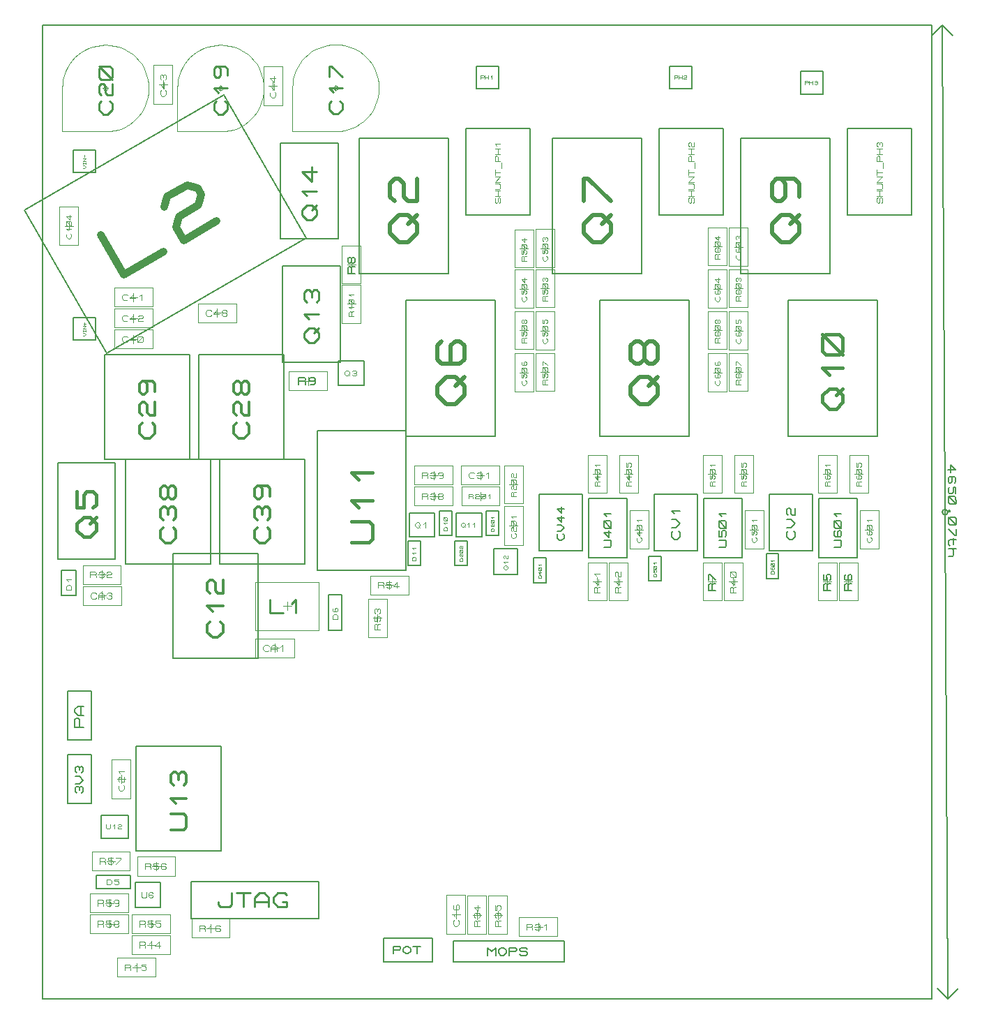
<source format=gbr>
G04 PROTEUS GERBER X2 FILE*
%TF.GenerationSoftware,Labcenter,Proteus,8.7-SP3-Build25561*%
%TF.CreationDate,2021-06-23T20:43:36+00:00*%
%TF.FileFunction,AssemblyDrawing,Top*%
%TF.FilePolarity,Positive*%
%TF.Part,Single*%
%TF.SameCoordinates,{72a0a031-abb8-4097-8df3-996e39d3871e}*%
%FSLAX45Y45*%
%MOMM*%
G01*
%TA.AperFunction,Profile*%
%ADD47C,0.203200*%
%TA.AperFunction,Material*%
%ADD61C,0.203200*%
%ADD152C,0.549060*%
%ADD153C,0.411790*%
%ADD154C,0.105410*%
%ADD155C,0.068580*%
%ADD156C,0.291780*%
%ADD157C,0.317500*%
%ADD158C,0.389040*%
%ADD159C,0.100530*%
%ADD160C,0.050000*%
%ADD161C,0.116250*%
%ADD162C,0.422590*%
%ADD163C,0.258330*%
%ADD164C,0.096190*%
%ADD165C,0.118750*%
%ADD166C,0.054860*%
%ADD167C,0.141000*%
%ADD168C,0.093000*%
%ADD169C,0.103290*%
%ADD170C,0.144780*%
%ADD171C,0.137160*%
%ADD172C,0.171450*%
%ADD173C,0.059690*%
%ADD174C,0.095000*%
%ADD175C,0.077470*%
%ADD176C,0.074610*%
%ADD65C,0.152400*%
%ADD177C,0.278890*%
%ADD178C,0.151430*%
%ADD179C,0.160020*%
%ADD180C,0.931330*%
%ADD181C,0.263750*%
%ADD182C,0.100750*%
%ADD183C,0.083180*%
%ADD184C,0.100580*%
%ADD185C,0.182880*%
%TA.AperFunction,NonMaterial*%
%ADD48C,0.203200*%
%TD.AperFunction*%
D47*
X-1079500Y-9461500D02*
X+9715500Y-9461500D01*
X+9715500Y+2349500D01*
X-1079500Y+2349500D01*
X-1079500Y-9461500D01*
D61*
X+3329940Y-2636520D02*
X+4417060Y-2636520D01*
X+4417060Y-989330D01*
X+3329940Y-989330D01*
X+3329940Y-2636520D01*
D152*
X+3818594Y-2252175D02*
X+3708781Y-2142363D01*
X+3708781Y-2032550D01*
X+3818594Y-1922738D01*
X+3928406Y-1922738D01*
X+4038219Y-2032550D01*
X+4038219Y-2142363D01*
X+3928406Y-2252175D01*
X+3818594Y-2252175D01*
X+3928406Y-2032550D02*
X+4038219Y-1922738D01*
X+3763687Y-1483488D02*
X+3708781Y-1538394D01*
X+3708781Y-1703113D01*
X+3763687Y-1758019D01*
X+3983313Y-1758019D01*
X+4038219Y-1703113D01*
X+4038219Y-1538394D01*
X+3983313Y-1483488D01*
X+3928406Y-1483488D01*
X+3873500Y-1538394D01*
X+3873500Y-1758019D01*
D61*
X+5107940Y-668020D02*
X+6195060Y-668020D01*
X+6195060Y+979170D01*
X+5107940Y+979170D01*
X+5107940Y-668020D01*
D152*
X+5596594Y-283675D02*
X+5486781Y-173863D01*
X+5486781Y-64050D01*
X+5596594Y+45762D01*
X+5706406Y+45762D01*
X+5816219Y-64050D01*
X+5816219Y-173863D01*
X+5706406Y-283675D01*
X+5596594Y-283675D01*
X+5706406Y-64050D02*
X+5816219Y+45762D01*
X+5486781Y+210481D02*
X+5486781Y+485012D01*
X+5541687Y+485012D01*
X+5816219Y+210481D01*
D61*
X+5679440Y-2636520D02*
X+6766560Y-2636520D01*
X+6766560Y-989330D01*
X+5679440Y-989330D01*
X+5679440Y-2636520D01*
D152*
X+6168094Y-2252175D02*
X+6058281Y-2142363D01*
X+6058281Y-2032550D01*
X+6168094Y-1922738D01*
X+6277906Y-1922738D01*
X+6387719Y-2032550D01*
X+6387719Y-2142363D01*
X+6277906Y-2252175D01*
X+6168094Y-2252175D01*
X+6277906Y-2032550D02*
X+6387719Y-1922738D01*
X+6223000Y-1703113D02*
X+6168094Y-1758019D01*
X+6113187Y-1758019D01*
X+6058281Y-1703113D01*
X+6058281Y-1538394D01*
X+6113187Y-1483488D01*
X+6168094Y-1483488D01*
X+6223000Y-1538394D01*
X+6223000Y-1703113D01*
X+6277906Y-1758019D01*
X+6332813Y-1758019D01*
X+6387719Y-1703113D01*
X+6387719Y-1538394D01*
X+6332813Y-1483488D01*
X+6277906Y-1483488D01*
X+6223000Y-1538394D01*
D61*
X+7393940Y-668020D02*
X+8481060Y-668020D01*
X+8481060Y+979170D01*
X+7393940Y+979170D01*
X+7393940Y-668020D01*
D152*
X+7882594Y-283675D02*
X+7772781Y-173863D01*
X+7772781Y-64050D01*
X+7882594Y+45762D01*
X+7992406Y+45762D01*
X+8102219Y-64050D01*
X+8102219Y-173863D01*
X+7992406Y-283675D01*
X+7882594Y-283675D01*
X+7992406Y-64050D02*
X+8102219Y+45762D01*
X+7882594Y+485012D02*
X+7937500Y+430106D01*
X+7937500Y+265387D01*
X+7882594Y+210481D01*
X+7827687Y+210481D01*
X+7772781Y+265387D01*
X+7772781Y+430106D01*
X+7827687Y+485012D01*
X+8047313Y+485012D01*
X+8102219Y+430106D01*
X+8102219Y+265387D01*
D61*
X+7965440Y-2636520D02*
X+9052560Y-2636520D01*
X+9052560Y-989330D01*
X+7965440Y-989330D01*
X+7965440Y-2636520D01*
D153*
X+8467820Y-2307080D02*
X+8385461Y-2224721D01*
X+8385461Y-2142362D01*
X+8467820Y-2060003D01*
X+8550180Y-2060003D01*
X+8632539Y-2142362D01*
X+8632539Y-2224721D01*
X+8550180Y-2307080D01*
X+8467820Y-2307080D01*
X+8550180Y-2142362D02*
X+8632539Y-2060003D01*
X+8467820Y-1895284D02*
X+8385461Y-1812925D01*
X+8632539Y-1812925D01*
X+8591359Y-1648206D02*
X+8426641Y-1648206D01*
X+8385461Y-1607027D01*
X+8385461Y-1442308D01*
X+8426641Y-1401129D01*
X+8591359Y-1401129D01*
X+8632539Y-1442308D01*
X+8632539Y-1607027D01*
X+8591359Y-1648206D01*
X+8632539Y-1648206D02*
X+8385461Y-1401129D01*
D61*
X+2758440Y-668020D02*
X+3845560Y-668020D01*
X+3845560Y+979170D01*
X+2758440Y+979170D01*
X+2758440Y-668020D01*
D152*
X+3247094Y-283675D02*
X+3137281Y-173863D01*
X+3137281Y-64050D01*
X+3247094Y+45762D01*
X+3356906Y+45762D01*
X+3466719Y-64050D01*
X+3466719Y-173863D01*
X+3356906Y-283675D01*
X+3247094Y-283675D01*
X+3356906Y-64050D02*
X+3466719Y+45762D01*
X+3192187Y+210481D02*
X+3137281Y+265387D01*
X+3137281Y+430106D01*
X+3192187Y+485012D01*
X+3247094Y+485012D01*
X+3302000Y+430106D01*
X+3302000Y+265387D01*
X+3356906Y+210481D01*
X+3466719Y+210481D01*
X+3466719Y+485012D01*
D61*
X+6403340Y+44450D02*
X+7185660Y+44450D01*
X+7185660Y+1098550D01*
X+6403340Y+1098550D01*
X+6403340Y+44450D01*
D154*
X+6815582Y+192024D02*
X+6826123Y+202565D01*
X+6826123Y+244729D01*
X+6815582Y+255270D01*
X+6805041Y+255270D01*
X+6794500Y+244729D01*
X+6794500Y+202565D01*
X+6783959Y+192024D01*
X+6773418Y+192024D01*
X+6762877Y+202565D01*
X+6762877Y+244729D01*
X+6773418Y+255270D01*
X+6826123Y+276352D02*
X+6762877Y+276352D01*
X+6762877Y+339598D02*
X+6826123Y+339598D01*
X+6794500Y+276352D02*
X+6794500Y+339598D01*
X+6762877Y+360680D02*
X+6815582Y+360680D01*
X+6826123Y+371221D01*
X+6826123Y+413385D01*
X+6815582Y+423926D01*
X+6762877Y+423926D01*
X+6826123Y+445008D02*
X+6762877Y+445008D01*
X+6826123Y+508254D01*
X+6762877Y+508254D01*
X+6762877Y+529336D02*
X+6762877Y+592582D01*
X+6762877Y+560959D02*
X+6826123Y+560959D01*
X+6836664Y+613664D02*
X+6836664Y+676910D01*
X+6826123Y+697992D02*
X+6762877Y+697992D01*
X+6762877Y+750697D01*
X+6773418Y+761238D01*
X+6783959Y+761238D01*
X+6794500Y+750697D01*
X+6794500Y+697992D01*
X+6826123Y+782320D02*
X+6762877Y+782320D01*
X+6762877Y+845566D02*
X+6826123Y+845566D01*
X+6794500Y+782320D02*
X+6794500Y+845566D01*
X+6773418Y+877189D02*
X+6762877Y+887730D01*
X+6762877Y+919353D01*
X+6773418Y+929894D01*
X+6783959Y+929894D01*
X+6794500Y+919353D01*
X+6794500Y+887730D01*
X+6805041Y+877189D01*
X+6826123Y+877189D01*
X+6826123Y+929894D01*
D61*
X+8689340Y+44450D02*
X+9471660Y+44450D01*
X+9471660Y+1098550D01*
X+8689340Y+1098550D01*
X+8689340Y+44450D01*
D154*
X+9101582Y+192024D02*
X+9112123Y+202565D01*
X+9112123Y+244729D01*
X+9101582Y+255270D01*
X+9091041Y+255270D01*
X+9080500Y+244729D01*
X+9080500Y+202565D01*
X+9069959Y+192024D01*
X+9059418Y+192024D01*
X+9048877Y+202565D01*
X+9048877Y+244729D01*
X+9059418Y+255270D01*
X+9112123Y+276352D02*
X+9048877Y+276352D01*
X+9048877Y+339598D02*
X+9112123Y+339598D01*
X+9080500Y+276352D02*
X+9080500Y+339598D01*
X+9048877Y+360680D02*
X+9101582Y+360680D01*
X+9112123Y+371221D01*
X+9112123Y+413385D01*
X+9101582Y+423926D01*
X+9048877Y+423926D01*
X+9112123Y+445008D02*
X+9048877Y+445008D01*
X+9112123Y+508254D01*
X+9048877Y+508254D01*
X+9048877Y+529336D02*
X+9048877Y+592582D01*
X+9048877Y+560959D02*
X+9112123Y+560959D01*
X+9122664Y+613664D02*
X+9122664Y+676910D01*
X+9112123Y+697992D02*
X+9048877Y+697992D01*
X+9048877Y+750697D01*
X+9059418Y+761238D01*
X+9069959Y+761238D01*
X+9080500Y+750697D01*
X+9080500Y+697992D01*
X+9112123Y+782320D02*
X+9048877Y+782320D01*
X+9048877Y+845566D02*
X+9112123Y+845566D01*
X+9080500Y+782320D02*
X+9080500Y+845566D01*
X+9059418Y+877189D02*
X+9048877Y+887730D01*
X+9048877Y+919353D01*
X+9059418Y+929894D01*
X+9069959Y+929894D01*
X+9080500Y+919353D01*
X+9091041Y+929894D01*
X+9101582Y+929894D01*
X+9112123Y+919353D01*
X+9112123Y+887730D01*
X+9101582Y+877189D01*
X+9080500Y+898271D02*
X+9080500Y+919353D01*
D61*
X+4053840Y+44450D02*
X+4836160Y+44450D01*
X+4836160Y+1098550D01*
X+4053840Y+1098550D01*
X+4053840Y+44450D01*
D154*
X+4466082Y+192024D02*
X+4476623Y+202565D01*
X+4476623Y+244729D01*
X+4466082Y+255270D01*
X+4455541Y+255270D01*
X+4445000Y+244729D01*
X+4445000Y+202565D01*
X+4434459Y+192024D01*
X+4423918Y+192024D01*
X+4413377Y+202565D01*
X+4413377Y+244729D01*
X+4423918Y+255270D01*
X+4476623Y+276352D02*
X+4413377Y+276352D01*
X+4413377Y+339598D02*
X+4476623Y+339598D01*
X+4445000Y+276352D02*
X+4445000Y+339598D01*
X+4413377Y+360680D02*
X+4466082Y+360680D01*
X+4476623Y+371221D01*
X+4476623Y+413385D01*
X+4466082Y+423926D01*
X+4413377Y+423926D01*
X+4476623Y+445008D02*
X+4413377Y+445008D01*
X+4476623Y+508254D01*
X+4413377Y+508254D01*
X+4413377Y+529336D02*
X+4413377Y+592582D01*
X+4413377Y+560959D02*
X+4476623Y+560959D01*
X+4487164Y+613664D02*
X+4487164Y+676910D01*
X+4476623Y+697992D02*
X+4413377Y+697992D01*
X+4413377Y+750697D01*
X+4423918Y+761238D01*
X+4434459Y+761238D01*
X+4445000Y+750697D01*
X+4445000Y+697992D01*
X+4476623Y+782320D02*
X+4413377Y+782320D01*
X+4413377Y+845566D02*
X+4476623Y+845566D01*
X+4445000Y+782320D02*
X+4445000Y+845566D01*
X+4434459Y+887730D02*
X+4413377Y+908812D01*
X+4476623Y+908812D01*
D61*
X+4180840Y+1577340D02*
X+4455160Y+1577340D01*
X+4455160Y+1851660D01*
X+4180840Y+1851660D01*
X+4180840Y+1577340D01*
D155*
X+4235704Y+1693926D02*
X+4235704Y+1735074D01*
X+4269994Y+1735074D01*
X+4276852Y+1728216D01*
X+4276852Y+1721358D01*
X+4269994Y+1714500D01*
X+4235704Y+1714500D01*
X+4290568Y+1693926D02*
X+4290568Y+1735074D01*
X+4331716Y+1735074D02*
X+4331716Y+1693926D01*
X+4290568Y+1714500D02*
X+4331716Y+1714500D01*
X+4359148Y+1721358D02*
X+4372864Y+1735074D01*
X+4372864Y+1693926D01*
D61*
X+6530340Y+1577340D02*
X+6804660Y+1577340D01*
X+6804660Y+1851660D01*
X+6530340Y+1851660D01*
X+6530340Y+1577340D01*
D155*
X+6585204Y+1693926D02*
X+6585204Y+1735074D01*
X+6619494Y+1735074D01*
X+6626352Y+1728216D01*
X+6626352Y+1721358D01*
X+6619494Y+1714500D01*
X+6585204Y+1714500D01*
X+6640068Y+1693926D02*
X+6640068Y+1735074D01*
X+6681216Y+1735074D02*
X+6681216Y+1693926D01*
X+6640068Y+1714500D02*
X+6681216Y+1714500D01*
X+6701790Y+1728216D02*
X+6708648Y+1735074D01*
X+6729222Y+1735074D01*
X+6736080Y+1728216D01*
X+6736080Y+1721358D01*
X+6729222Y+1714500D01*
X+6708648Y+1714500D01*
X+6701790Y+1707642D01*
X+6701790Y+1693926D01*
X+6736080Y+1693926D01*
D61*
X+8117840Y+1513840D02*
X+8392160Y+1513840D01*
X+8392160Y+1788160D01*
X+8117840Y+1788160D01*
X+8117840Y+1513840D01*
D155*
X+8172704Y+1630426D02*
X+8172704Y+1671574D01*
X+8206994Y+1671574D01*
X+8213852Y+1664716D01*
X+8213852Y+1657858D01*
X+8206994Y+1651000D01*
X+8172704Y+1651000D01*
X+8227568Y+1630426D02*
X+8227568Y+1671574D01*
X+8268716Y+1671574D02*
X+8268716Y+1630426D01*
X+8227568Y+1651000D02*
X+8268716Y+1651000D01*
X+8289290Y+1664716D02*
X+8296148Y+1671574D01*
X+8316722Y+1671574D01*
X+8323580Y+1664716D01*
X+8323580Y+1657858D01*
X+8316722Y+1651000D01*
X+8323580Y+1644142D01*
X+8323580Y+1637284D01*
X+8316722Y+1630426D01*
X+8296148Y+1630426D01*
X+8289290Y+1637284D01*
X+8303006Y+1651000D02*
X+8316722Y+1651000D01*
D61*
X+1835150Y-1738630D02*
X+2533650Y-1738630D01*
X+2533650Y-571500D01*
X+1835150Y-571500D01*
X+1835150Y-1738630D01*
D156*
X+2155222Y-1505202D02*
X+2096866Y-1446846D01*
X+2096866Y-1388490D01*
X+2155222Y-1330134D01*
X+2213579Y-1330134D01*
X+2271935Y-1388490D01*
X+2271935Y-1446846D01*
X+2213579Y-1505202D01*
X+2155222Y-1505202D01*
X+2213579Y-1388490D02*
X+2271935Y-1330134D01*
X+2155222Y-1213421D02*
X+2096866Y-1155065D01*
X+2271935Y-1155065D01*
X+2126044Y-1009174D02*
X+2096866Y-979996D01*
X+2096866Y-892462D01*
X+2126044Y-863284D01*
X+2155222Y-863284D01*
X+2184400Y-892462D01*
X+2213579Y-863284D01*
X+2242757Y-863284D01*
X+2271935Y-892462D01*
X+2271935Y-979996D01*
X+2242757Y-1009174D01*
X+2184400Y-950818D02*
X+2184400Y-892462D01*
D61*
X+1809750Y-246380D02*
X+2508250Y-246380D01*
X+2508250Y+920750D01*
X+1809750Y+920750D01*
X+1809750Y-246380D01*
D156*
X+2129822Y-12952D02*
X+2071466Y+45404D01*
X+2071466Y+103760D01*
X+2129822Y+162116D01*
X+2188179Y+162116D01*
X+2246535Y+103760D01*
X+2246535Y+45404D01*
X+2188179Y-12952D01*
X+2129822Y-12952D01*
X+2188179Y+103760D02*
X+2246535Y+162116D01*
X+2129822Y+278829D02*
X+2071466Y+337185D01*
X+2246535Y+337185D01*
X+2188179Y+628966D02*
X+2188179Y+453898D01*
X+2071466Y+570610D01*
X+2246535Y+570610D01*
D61*
X+815340Y-2921000D02*
X+1851660Y-2921000D01*
X+1851660Y-1651000D01*
X+815340Y-1651000D01*
X+815340Y-2921000D01*
D157*
X+1397000Y-2476500D02*
X+1428750Y-2508250D01*
X+1428750Y-2603500D01*
X+1365250Y-2667000D01*
X+1301750Y-2667000D01*
X+1238250Y-2603500D01*
X+1238250Y-2508250D01*
X+1270000Y-2476500D01*
X+1270000Y-2381250D02*
X+1238250Y-2349500D01*
X+1238250Y-2254250D01*
X+1270000Y-2222500D01*
X+1301750Y-2222500D01*
X+1333500Y-2254250D01*
X+1333500Y-2349500D01*
X+1365250Y-2381250D01*
X+1428750Y-2381250D01*
X+1428750Y-2222500D01*
X+1333500Y-2095500D02*
X+1301750Y-2127250D01*
X+1270000Y-2127250D01*
X+1238250Y-2095500D01*
X+1238250Y-2000250D01*
X+1270000Y-1968500D01*
X+1301750Y-1968500D01*
X+1333500Y-2000250D01*
X+1333500Y-2095500D01*
X+1365250Y-2127250D01*
X+1397000Y-2127250D01*
X+1428750Y-2095500D01*
X+1428750Y-2000250D01*
X+1397000Y-1968500D01*
X+1365250Y-1968500D01*
X+1333500Y-2000250D01*
D61*
X-327660Y-2921000D02*
X+708660Y-2921000D01*
X+708660Y-1651000D01*
X-327660Y-1651000D01*
X-327660Y-2921000D01*
D157*
X+254000Y-2476500D02*
X+285750Y-2508250D01*
X+285750Y-2603500D01*
X+222250Y-2667000D01*
X+158750Y-2667000D01*
X+95250Y-2603500D01*
X+95250Y-2508250D01*
X+127000Y-2476500D01*
X+127000Y-2381250D02*
X+95250Y-2349500D01*
X+95250Y-2254250D01*
X+127000Y-2222500D01*
X+158750Y-2222500D01*
X+190500Y-2254250D01*
X+190500Y-2349500D01*
X+222250Y-2381250D01*
X+285750Y-2381250D01*
X+285750Y-2222500D01*
X+158750Y-1968500D02*
X+190500Y-2000250D01*
X+190500Y-2095500D01*
X+158750Y-2127250D01*
X+127000Y-2127250D01*
X+95250Y-2095500D01*
X+95250Y-2000250D01*
X+127000Y-1968500D01*
X+254000Y-1968500D01*
X+285750Y-2000250D01*
X+285750Y-2095500D01*
D61*
X-895350Y-4127500D02*
X-196850Y-4127500D01*
X-196850Y-2960370D01*
X-895350Y-2960370D01*
X-895350Y-4127500D01*
D158*
X-585004Y-3855169D02*
X-662813Y-3777361D01*
X-662813Y-3699552D01*
X-585004Y-3621744D01*
X-507196Y-3621744D01*
X-429387Y-3699552D01*
X-429387Y-3777361D01*
X-507196Y-3855169D01*
X-585004Y-3855169D01*
X-507196Y-3699552D02*
X-429387Y-3621744D01*
X-662813Y-3310510D02*
X-662813Y-3505031D01*
X-585004Y-3505031D01*
X-585004Y-3349414D01*
X-546100Y-3310510D01*
X-468291Y-3310510D01*
X-429387Y-3349414D01*
X-429387Y-3466127D01*
X-468291Y-3505031D01*
D61*
X-852160Y-4568800D02*
X-671840Y-4568800D01*
X-671840Y-4267200D01*
X-852160Y-4267200D01*
X-852160Y-4568800D01*
D159*
X-731840Y-4498426D02*
X-792160Y-4498426D01*
X-792160Y-4458213D01*
X-772053Y-4438107D01*
X-751947Y-4438107D01*
X-731840Y-4458213D01*
X-731840Y-4498426D01*
X-772053Y-4397894D02*
X-792160Y-4377787D01*
X-731840Y-4377787D01*
D160*
X-593000Y-4433000D02*
X-133000Y-4433000D01*
X-133000Y-4203000D01*
X-593000Y-4203000D01*
X-593000Y-4433000D01*
X-363000Y-4268000D02*
X-363000Y-4368000D01*
X-313000Y-4318000D02*
X-413000Y-4318000D01*
D161*
X-502500Y-4352875D02*
X-502500Y-4283125D01*
X-444375Y-4283125D01*
X-432750Y-4294750D01*
X-432750Y-4306375D01*
X-444375Y-4318000D01*
X-502500Y-4318000D01*
X-444375Y-4318000D02*
X-432750Y-4329625D01*
X-432750Y-4352875D01*
X-397875Y-4294750D02*
X-386250Y-4283125D01*
X-351375Y-4283125D01*
X-339750Y-4294750D01*
X-339750Y-4306375D01*
X-351375Y-4318000D01*
X-339750Y-4329625D01*
X-339750Y-4341250D01*
X-351375Y-4352875D01*
X-386250Y-4352875D01*
X-397875Y-4341250D01*
X-374625Y-4318000D02*
X-351375Y-4318000D01*
X-304875Y-4294750D02*
X-293250Y-4283125D01*
X-258375Y-4283125D01*
X-246750Y-4294750D01*
X-246750Y-4306375D01*
X-258375Y-4318000D01*
X-293250Y-4318000D01*
X-304875Y-4329625D01*
X-304875Y-4352875D01*
X-246750Y-4352875D01*
D61*
X-73660Y-4191000D02*
X+962660Y-4191000D01*
X+962660Y-2921000D01*
X-73660Y-2921000D01*
X-73660Y-4191000D01*
D157*
X+508000Y-3746500D02*
X+539750Y-3778250D01*
X+539750Y-3873500D01*
X+476250Y-3937000D01*
X+412750Y-3937000D01*
X+349250Y-3873500D01*
X+349250Y-3778250D01*
X+381000Y-3746500D01*
X+381000Y-3651250D02*
X+349250Y-3619500D01*
X+349250Y-3524250D01*
X+381000Y-3492500D01*
X+412750Y-3492500D01*
X+444500Y-3524250D01*
X+476250Y-3492500D01*
X+508000Y-3492500D01*
X+539750Y-3524250D01*
X+539750Y-3619500D01*
X+508000Y-3651250D01*
X+444500Y-3587750D02*
X+444500Y-3524250D01*
X+444500Y-3365500D02*
X+412750Y-3397250D01*
X+381000Y-3397250D01*
X+349250Y-3365500D01*
X+349250Y-3270250D01*
X+381000Y-3238500D01*
X+412750Y-3238500D01*
X+444500Y-3270250D01*
X+444500Y-3365500D01*
X+476250Y-3397250D01*
X+508000Y-3397250D01*
X+539750Y-3365500D01*
X+539750Y-3270250D01*
X+508000Y-3238500D01*
X+476250Y-3238500D01*
X+444500Y-3270250D01*
D61*
X+2256790Y-4260850D02*
X+3331210Y-4260850D01*
X+3331210Y-2570480D01*
X+2256790Y-2570480D01*
X+2256790Y-4260850D01*
D162*
X+2667223Y-3922774D02*
X+2878519Y-3922774D01*
X+2920778Y-3880515D01*
X+2920778Y-3711479D01*
X+2878519Y-3669220D01*
X+2667223Y-3669220D01*
X+2751741Y-3500183D02*
X+2667223Y-3415665D01*
X+2920778Y-3415665D01*
X+2751741Y-3162110D02*
X+2667223Y-3077592D01*
X+2920778Y-3077592D01*
D160*
X+2272500Y-4409000D02*
X+1502500Y-4409000D01*
X+1502500Y-4989000D01*
X+2272500Y-4989000D01*
X+2272500Y-4409000D01*
X+1887500Y-4749000D02*
X+1887500Y-4649000D01*
X+1837500Y-4699000D02*
X+1937500Y-4699000D01*
D163*
X+1680834Y-4621500D02*
X+1680834Y-4776500D01*
X+1835833Y-4776500D01*
X+1939166Y-4673167D02*
X+1990833Y-4621500D01*
X+1990833Y-4776500D01*
D61*
X+2389677Y-4990787D02*
X+2549997Y-4990787D01*
X+2549997Y-4561887D01*
X+2389677Y-4561887D01*
X+2389677Y-4990787D01*
D164*
X+2498695Y-4853290D02*
X+2440980Y-4853290D01*
X+2440980Y-4814814D01*
X+2460218Y-4795576D01*
X+2479457Y-4795576D01*
X+2498695Y-4814814D01*
X+2498695Y-4853290D01*
X+2450599Y-4718623D02*
X+2440980Y-4728242D01*
X+2440980Y-4757099D01*
X+2450599Y-4766718D01*
X+2489076Y-4766718D01*
X+2498695Y-4757099D01*
X+2498695Y-4728242D01*
X+2489076Y-4718623D01*
X+2479457Y-4718623D01*
X+2469837Y-4728242D01*
X+2469837Y-4766718D01*
D61*
X+1069340Y-4191000D02*
X+2105660Y-4191000D01*
X+2105660Y-2921000D01*
X+1069340Y-2921000D01*
X+1069340Y-4191000D01*
D157*
X+1651000Y-3746500D02*
X+1682750Y-3778250D01*
X+1682750Y-3873500D01*
X+1619250Y-3937000D01*
X+1555750Y-3937000D01*
X+1492250Y-3873500D01*
X+1492250Y-3778250D01*
X+1524000Y-3746500D01*
X+1524000Y-3651250D02*
X+1492250Y-3619500D01*
X+1492250Y-3524250D01*
X+1524000Y-3492500D01*
X+1555750Y-3492500D01*
X+1587500Y-3524250D01*
X+1619250Y-3492500D01*
X+1651000Y-3492500D01*
X+1682750Y-3524250D01*
X+1682750Y-3619500D01*
X+1651000Y-3651250D01*
X+1587500Y-3587750D02*
X+1587500Y-3524250D01*
X+1555750Y-3238500D02*
X+1587500Y-3270250D01*
X+1587500Y-3365500D01*
X+1555750Y-3397250D01*
X+1524000Y-3397250D01*
X+1492250Y-3365500D01*
X+1492250Y-3270250D01*
X+1524000Y-3238500D01*
X+1651000Y-3238500D01*
X+1682750Y-3270250D01*
X+1682750Y-3365500D01*
D160*
X-593000Y-4687000D02*
X-123000Y-4687000D01*
X-123000Y-4457000D01*
X-593000Y-4457000D01*
X-593000Y-4687000D01*
X-358000Y-4522000D02*
X-358000Y-4622000D01*
X-308000Y-4572000D02*
X-408000Y-4572000D01*
D165*
X-429250Y-4595750D02*
X-441125Y-4607625D01*
X-476750Y-4607625D01*
X-500500Y-4583875D01*
X-500500Y-4560125D01*
X-476750Y-4536375D01*
X-441125Y-4536375D01*
X-429250Y-4548250D01*
X-405500Y-4607625D02*
X-405500Y-4560125D01*
X-381750Y-4536375D01*
X-358000Y-4536375D01*
X-334250Y-4560125D01*
X-334250Y-4607625D01*
X-405500Y-4583875D02*
X-334250Y-4583875D01*
X-298625Y-4548250D02*
X-286750Y-4536375D01*
X-251125Y-4536375D01*
X-239250Y-4548250D01*
X-239250Y-4560125D01*
X-251125Y-4572000D01*
X-239250Y-4583875D01*
X-239250Y-4595750D01*
X-251125Y-4607625D01*
X-286750Y-4607625D01*
X-298625Y-4595750D01*
X-274875Y-4572000D02*
X-251125Y-4572000D01*
D160*
X+2869500Y-4614000D02*
X+2869500Y-5074000D01*
X+3099500Y-5074000D01*
X+3099500Y-4614000D01*
X+2869500Y-4614000D01*
X+3034500Y-4844000D02*
X+2934500Y-4844000D01*
X+2984500Y-4894000D02*
X+2984500Y-4794000D01*
D161*
X+3019375Y-4983500D02*
X+2949625Y-4983500D01*
X+2949625Y-4925375D01*
X+2961250Y-4913750D01*
X+2972875Y-4913750D01*
X+2984500Y-4925375D01*
X+2984500Y-4983500D01*
X+2984500Y-4925375D02*
X+2996125Y-4913750D01*
X+3019375Y-4913750D01*
X+2949625Y-4820750D02*
X+2949625Y-4878875D01*
X+2972875Y-4878875D01*
X+2972875Y-4832375D01*
X+2984500Y-4820750D01*
X+3007750Y-4820750D01*
X+3019375Y-4832375D01*
X+3019375Y-4867250D01*
X+3007750Y-4878875D01*
X+2961250Y-4785875D02*
X+2949625Y-4774250D01*
X+2949625Y-4739375D01*
X+2961250Y-4727750D01*
X+2972875Y-4727750D01*
X+2984500Y-4739375D01*
X+2996125Y-4727750D01*
X+3007750Y-4727750D01*
X+3019375Y-4739375D01*
X+3019375Y-4774250D01*
X+3007750Y-4785875D01*
X+2984500Y-4762625D02*
X+2984500Y-4739375D01*
D160*
X+3359500Y-4330000D02*
X+2899500Y-4330000D01*
X+2899500Y-4560000D01*
X+3359500Y-4560000D01*
X+3359500Y-4330000D01*
X+3129500Y-4495000D02*
X+3129500Y-4395000D01*
X+3079500Y-4445000D02*
X+3179500Y-4445000D01*
D161*
X+2990000Y-4479875D02*
X+2990000Y-4410125D01*
X+3048125Y-4410125D01*
X+3059750Y-4421750D01*
X+3059750Y-4433375D01*
X+3048125Y-4445000D01*
X+2990000Y-4445000D01*
X+3048125Y-4445000D02*
X+3059750Y-4456625D01*
X+3059750Y-4479875D01*
X+3152750Y-4410125D02*
X+3094625Y-4410125D01*
X+3094625Y-4433375D01*
X+3141125Y-4433375D01*
X+3152750Y-4445000D01*
X+3152750Y-4468250D01*
X+3141125Y-4479875D01*
X+3106250Y-4479875D01*
X+3094625Y-4468250D01*
X+3245750Y-4456625D02*
X+3176000Y-4456625D01*
X+3222500Y-4410125D01*
X+3222500Y-4479875D01*
D160*
X+258000Y-1345500D02*
X-212000Y-1345500D01*
X-212000Y-1575500D01*
X+258000Y-1575500D01*
X+258000Y-1345500D01*
X+23000Y-1510500D02*
X+23000Y-1410500D01*
X-27000Y-1460500D02*
X+73000Y-1460500D01*
D165*
X-48250Y-1484250D02*
X-60125Y-1496125D01*
X-95750Y-1496125D01*
X-119500Y-1472375D01*
X-119500Y-1448625D01*
X-95750Y-1424875D01*
X-60125Y-1424875D01*
X-48250Y-1436750D01*
X+46750Y-1472375D02*
X-24500Y-1472375D01*
X+23000Y-1424875D01*
X+23000Y-1496125D01*
X+70500Y-1484250D02*
X+70500Y-1436750D01*
X+82375Y-1424875D01*
X+129875Y-1424875D01*
X+141750Y-1436750D01*
X+141750Y-1484250D01*
X+129875Y-1496125D01*
X+82375Y-1496125D01*
X+70500Y-1484250D01*
X+70500Y-1496125D02*
X+141750Y-1424875D01*
D160*
X+258000Y-837500D02*
X-212000Y-837500D01*
X-212000Y-1067500D01*
X+258000Y-1067500D01*
X+258000Y-837500D01*
X+23000Y-1002500D02*
X+23000Y-902500D01*
X-27000Y-952500D02*
X+73000Y-952500D01*
D165*
X-48250Y-976250D02*
X-60125Y-988125D01*
X-95750Y-988125D01*
X-119500Y-964375D01*
X-119500Y-940625D01*
X-95750Y-916875D01*
X-60125Y-916875D01*
X-48250Y-928750D01*
X+46750Y-964375D02*
X-24500Y-964375D01*
X+23000Y-916875D01*
X+23000Y-988125D01*
X+94250Y-940625D02*
X+118000Y-916875D01*
X+118000Y-988125D01*
D160*
X+258000Y-1091500D02*
X-212000Y-1091500D01*
X-212000Y-1321500D01*
X+258000Y-1321500D01*
X+258000Y-1091500D01*
X+23000Y-1256500D02*
X+23000Y-1156500D01*
X-27000Y-1206500D02*
X+73000Y-1206500D01*
D165*
X-48250Y-1230250D02*
X-60125Y-1242125D01*
X-95750Y-1242125D01*
X-119500Y-1218375D01*
X-119500Y-1194625D01*
X-95750Y-1170875D01*
X-60125Y-1170875D01*
X-48250Y-1182750D01*
X+46750Y-1218375D02*
X-24500Y-1218375D01*
X+23000Y-1170875D01*
X+23000Y-1242125D01*
X+82375Y-1182750D02*
X+94250Y-1170875D01*
X+129875Y-1170875D01*
X+141750Y-1182750D01*
X+141750Y-1194625D01*
X+129875Y-1206500D01*
X+94250Y-1206500D01*
X+82375Y-1218375D01*
X+82375Y-1242125D01*
X+141750Y-1242125D01*
D160*
X+266000Y+1863000D02*
X+266000Y+1393000D01*
X+496000Y+1393000D01*
X+496000Y+1863000D01*
X+266000Y+1863000D01*
X+431000Y+1628000D02*
X+331000Y+1628000D01*
X+381000Y+1578000D02*
X+381000Y+1678000D01*
D165*
X+404750Y+1556750D02*
X+416625Y+1544875D01*
X+416625Y+1509250D01*
X+392875Y+1485500D01*
X+369125Y+1485500D01*
X+345375Y+1509250D01*
X+345375Y+1544875D01*
X+357250Y+1556750D01*
X+392875Y+1651750D02*
X+392875Y+1580500D01*
X+345375Y+1628000D01*
X+416625Y+1628000D01*
X+357250Y+1687375D02*
X+345375Y+1699250D01*
X+345375Y+1734875D01*
X+357250Y+1746750D01*
X+369125Y+1746750D01*
X+381000Y+1734875D01*
X+392875Y+1746750D01*
X+404750Y+1746750D01*
X+416625Y+1734875D01*
X+416625Y+1699250D01*
X+404750Y+1687375D01*
X+381000Y+1711125D02*
X+381000Y+1734875D01*
D160*
X+1599500Y+1845500D02*
X+1599500Y+1375500D01*
X+1829500Y+1375500D01*
X+1829500Y+1845500D01*
X+1599500Y+1845500D01*
X+1764500Y+1610500D02*
X+1664500Y+1610500D01*
X+1714500Y+1560500D02*
X+1714500Y+1660500D01*
D165*
X+1738250Y+1539250D02*
X+1750125Y+1527375D01*
X+1750125Y+1491750D01*
X+1726375Y+1468000D01*
X+1702625Y+1468000D01*
X+1678875Y+1491750D01*
X+1678875Y+1527375D01*
X+1690750Y+1539250D01*
X+1726375Y+1634250D02*
X+1726375Y+1563000D01*
X+1678875Y+1610500D01*
X+1750125Y+1610500D01*
X+1726375Y+1729250D02*
X+1726375Y+1658000D01*
X+1678875Y+1705500D01*
X+1750125Y+1705500D01*
D160*
X+804000Y-1258000D02*
X+1274000Y-1258000D01*
X+1274000Y-1028000D01*
X+804000Y-1028000D01*
X+804000Y-1258000D01*
X+1039000Y-1093000D02*
X+1039000Y-1193000D01*
X+1089000Y-1143000D02*
X+989000Y-1143000D01*
D165*
X+967750Y-1166750D02*
X+955875Y-1178625D01*
X+920250Y-1178625D01*
X+896500Y-1154875D01*
X+896500Y-1131125D01*
X+920250Y-1107375D01*
X+955875Y-1107375D01*
X+967750Y-1119250D01*
X+1062750Y-1154875D02*
X+991500Y-1154875D01*
X+1039000Y-1107375D01*
X+1039000Y-1178625D01*
X+1110250Y-1143000D02*
X+1098375Y-1131125D01*
X+1098375Y-1119250D01*
X+1110250Y-1107375D01*
X+1145875Y-1107375D01*
X+1157750Y-1119250D01*
X+1157750Y-1131125D01*
X+1145875Y-1143000D01*
X+1110250Y-1143000D01*
X+1098375Y-1154875D01*
X+1098375Y-1166750D01*
X+1110250Y-1178625D01*
X+1145875Y-1178625D01*
X+1157750Y-1166750D01*
X+1157750Y-1154875D01*
X+1145875Y-1143000D01*
D61*
X-708660Y+561340D02*
X-434340Y+561340D01*
X-434340Y+835660D01*
X-708660Y+835660D01*
X-708660Y+561340D01*
D166*
X-587959Y+610718D02*
X-571500Y+610718D01*
X-555040Y+627177D01*
X-571500Y+643636D01*
X-587959Y+643636D01*
X-587959Y+660095D02*
X-587959Y+682040D01*
X-587959Y+671068D02*
X-555040Y+671068D01*
X-555040Y+660095D02*
X-555040Y+682040D01*
X-555040Y+698500D02*
X-587959Y+698500D01*
X-555040Y+731418D01*
X-587959Y+731418D01*
X-571500Y+747877D02*
X-571500Y+775309D01*
D61*
X-708660Y-1470660D02*
X-434340Y-1470660D01*
X-434340Y-1196340D01*
X-708660Y-1196340D01*
X-708660Y-1470660D01*
D166*
X-587959Y-1421282D02*
X-571500Y-1421282D01*
X-555040Y-1404823D01*
X-571500Y-1388364D01*
X-587959Y-1388364D01*
X-587959Y-1371905D02*
X-587959Y-1349960D01*
X-587959Y-1360932D02*
X-555040Y-1360932D01*
X-555040Y-1371905D02*
X-555040Y-1349960D01*
X-555040Y-1333500D02*
X-587959Y-1333500D01*
X-555040Y-1300582D01*
X-587959Y-1300582D01*
X-571500Y-1289609D02*
X-571500Y-1256691D01*
X-582472Y-1273150D02*
X-560527Y-1273150D01*
D160*
X+2782000Y-783500D02*
X+2782000Y-323500D01*
X+2552000Y-323500D01*
X+2552000Y-783500D01*
X+2782000Y-783500D01*
X+2617000Y-553500D02*
X+2717000Y-553500D01*
X+2667000Y-503500D02*
X+2667000Y-603500D01*
D167*
X+2709300Y-666300D02*
X+2624700Y-666300D01*
X+2624700Y-595800D01*
X+2638800Y-581700D01*
X+2652900Y-581700D01*
X+2667000Y-595800D01*
X+2667000Y-666300D01*
X+2667000Y-595800D02*
X+2681100Y-581700D01*
X+2709300Y-581700D01*
X+2667000Y-525300D02*
X+2652900Y-539400D01*
X+2638800Y-539400D01*
X+2624700Y-525300D01*
X+2624700Y-483000D01*
X+2638800Y-468900D01*
X+2652900Y-468900D01*
X+2667000Y-483000D01*
X+2667000Y-525300D01*
X+2681100Y-539400D01*
X+2695200Y-539400D01*
X+2709300Y-525300D01*
X+2709300Y-483000D01*
X+2695200Y-468900D01*
X+2681100Y-468900D01*
X+2667000Y-483000D01*
D160*
X+2371000Y-1853500D02*
X+1911000Y-1853500D01*
X+1911000Y-2083500D01*
X+2371000Y-2083500D01*
X+2371000Y-1853500D01*
X+2141000Y-2018500D02*
X+2141000Y-1918500D01*
X+2091000Y-1968500D02*
X+2191000Y-1968500D01*
D167*
X+2028200Y-2010800D02*
X+2028200Y-1926200D01*
X+2098700Y-1926200D01*
X+2112800Y-1940300D01*
X+2112800Y-1954400D01*
X+2098700Y-1968500D01*
X+2028200Y-1968500D01*
X+2098700Y-1968500D02*
X+2112800Y-1982600D01*
X+2112800Y-2010800D01*
X+2225600Y-1954400D02*
X+2211500Y-1968500D01*
X+2169200Y-1968500D01*
X+2155100Y-1954400D01*
X+2155100Y-1940300D01*
X+2169200Y-1926200D01*
X+2211500Y-1926200D01*
X+2225600Y-1940300D01*
X+2225600Y-1996700D01*
X+2211500Y-2010800D01*
X+2169200Y-2010800D01*
D160*
X+2782000Y-1264000D02*
X+2782000Y-804000D01*
X+2552000Y-804000D01*
X+2552000Y-1264000D01*
X+2782000Y-1264000D01*
X+2617000Y-1034000D02*
X+2717000Y-1034000D01*
X+2667000Y-984000D02*
X+2667000Y-1084000D01*
D168*
X+2694900Y-1182800D02*
X+2639100Y-1182800D01*
X+2639100Y-1136300D01*
X+2648400Y-1127000D01*
X+2657700Y-1127000D01*
X+2667000Y-1136300D01*
X+2667000Y-1182800D01*
X+2667000Y-1136300D02*
X+2676300Y-1127000D01*
X+2694900Y-1127000D01*
X+2657700Y-1089800D02*
X+2639100Y-1071200D01*
X+2694900Y-1071200D01*
X+2685600Y-1034000D02*
X+2648400Y-1034000D01*
X+2639100Y-1024700D01*
X+2639100Y-987500D01*
X+2648400Y-978200D01*
X+2685600Y-978200D01*
X+2694900Y-987500D01*
X+2694900Y-1024700D01*
X+2685600Y-1034000D01*
X+2694900Y-1034000D02*
X+2639100Y-978200D01*
X+2657700Y-941000D02*
X+2639100Y-922400D01*
X+2694900Y-922400D01*
D61*
X+2512060Y-2019300D02*
X+2821940Y-2019300D01*
X+2821940Y-1727200D01*
X+2512060Y-1727200D01*
X+2512060Y-2019300D01*
D169*
X+2584366Y-1862921D02*
X+2605024Y-1842262D01*
X+2625683Y-1842262D01*
X+2646341Y-1862921D01*
X+2646341Y-1883579D01*
X+2625683Y-1904238D01*
X+2605024Y-1904238D01*
X+2584366Y-1883579D01*
X+2584366Y-1862921D01*
X+2625683Y-1883579D02*
X+2646341Y-1904238D01*
X+2677329Y-1852591D02*
X+2687658Y-1842262D01*
X+2718646Y-1842262D01*
X+2728975Y-1852591D01*
X+2728975Y-1862921D01*
X+2718646Y-1873250D01*
X+2728975Y-1883579D01*
X+2728975Y-1893909D01*
X+2718646Y-1904238D01*
X+2687658Y-1904238D01*
X+2677329Y-1893909D01*
X+2697987Y-1873250D02*
X+2718646Y-1873250D01*
D160*
X+1972500Y-5092000D02*
X+1502500Y-5092000D01*
X+1502500Y-5322000D01*
X+1972500Y-5322000D01*
X+1972500Y-5092000D01*
X+1737500Y-5257000D02*
X+1737500Y-5157000D01*
X+1687500Y-5207000D02*
X+1787500Y-5207000D01*
D165*
X+1666250Y-5230750D02*
X+1654375Y-5242625D01*
X+1618750Y-5242625D01*
X+1595000Y-5218875D01*
X+1595000Y-5195125D01*
X+1618750Y-5171375D01*
X+1654375Y-5171375D01*
X+1666250Y-5183250D01*
X+1690000Y-5242625D02*
X+1690000Y-5195125D01*
X+1713750Y-5171375D01*
X+1737500Y-5171375D01*
X+1761250Y-5195125D01*
X+1761250Y-5242625D01*
X+1690000Y-5218875D02*
X+1761250Y-5218875D01*
X+1808750Y-5195125D02*
X+1832500Y-5171375D01*
X+1832500Y-5242625D01*
D160*
X+5917500Y-2863500D02*
X+5917500Y-3323500D01*
X+6147500Y-3323500D01*
X+6147500Y-2863500D01*
X+5917500Y-2863500D01*
X+6082500Y-3093500D02*
X+5982500Y-3093500D01*
X+6032500Y-3143500D02*
X+6032500Y-3043500D01*
D168*
X+6060400Y-3242300D02*
X+6004600Y-3242300D01*
X+6004600Y-3195800D01*
X+6013900Y-3186500D01*
X+6023200Y-3186500D01*
X+6032500Y-3195800D01*
X+6032500Y-3242300D01*
X+6032500Y-3195800D02*
X+6041800Y-3186500D01*
X+6060400Y-3186500D01*
X+6041800Y-3112100D02*
X+6041800Y-3167900D01*
X+6004600Y-3130700D01*
X+6060400Y-3130700D01*
X+6051100Y-3093500D02*
X+6013900Y-3093500D01*
X+6004600Y-3084200D01*
X+6004600Y-3047000D01*
X+6013900Y-3037700D01*
X+6051100Y-3037700D01*
X+6060400Y-3047000D01*
X+6060400Y-3084200D01*
X+6051100Y-3093500D01*
X+6060400Y-3093500D02*
X+6004600Y-3037700D01*
X+6004600Y-2963300D02*
X+6004600Y-3009800D01*
X+6023200Y-3009800D01*
X+6023200Y-2972600D01*
X+6032500Y-2963300D01*
X+6051100Y-2963300D01*
X+6060400Y-2972600D01*
X+6060400Y-3000500D01*
X+6051100Y-3009800D01*
D160*
X+5536500Y-2863500D02*
X+5536500Y-3323500D01*
X+5766500Y-3323500D01*
X+5766500Y-2863500D01*
X+5536500Y-2863500D01*
X+5701500Y-3093500D02*
X+5601500Y-3093500D01*
X+5651500Y-3143500D02*
X+5651500Y-3043500D01*
D168*
X+5679400Y-3242300D02*
X+5623600Y-3242300D01*
X+5623600Y-3195800D01*
X+5632900Y-3186500D01*
X+5642200Y-3186500D01*
X+5651500Y-3195800D01*
X+5651500Y-3242300D01*
X+5651500Y-3195800D02*
X+5660800Y-3186500D01*
X+5679400Y-3186500D01*
X+5660800Y-3112100D02*
X+5660800Y-3167900D01*
X+5623600Y-3130700D01*
X+5679400Y-3130700D01*
X+5670100Y-3093500D02*
X+5632900Y-3093500D01*
X+5623600Y-3084200D01*
X+5623600Y-3047000D01*
X+5632900Y-3037700D01*
X+5670100Y-3037700D01*
X+5679400Y-3047000D01*
X+5679400Y-3084200D01*
X+5670100Y-3093500D01*
X+5679400Y-3093500D02*
X+5623600Y-3037700D01*
X+5642200Y-3000500D02*
X+5623600Y-2981900D01*
X+5679400Y-2981900D01*
D61*
X+5544820Y-4114800D02*
X+6012180Y-4114800D01*
X+6012180Y-3390900D01*
X+5544820Y-3390900D01*
X+5544820Y-4114800D01*
D170*
X+5735066Y-3984498D02*
X+5807456Y-3984498D01*
X+5821934Y-3970020D01*
X+5821934Y-3912108D01*
X+5807456Y-3897630D01*
X+5735066Y-3897630D01*
X+5792978Y-3781806D02*
X+5792978Y-3868674D01*
X+5735066Y-3810762D01*
X+5821934Y-3810762D01*
X+5807456Y-3752850D02*
X+5749544Y-3752850D01*
X+5735066Y-3738372D01*
X+5735066Y-3680460D01*
X+5749544Y-3665982D01*
X+5807456Y-3665982D01*
X+5821934Y-3680460D01*
X+5821934Y-3738372D01*
X+5807456Y-3752850D01*
X+5821934Y-3752850D02*
X+5735066Y-3665982D01*
X+5764022Y-3608070D02*
X+5735066Y-3579114D01*
X+5821934Y-3579114D01*
D61*
X+6941820Y-4114800D02*
X+7409180Y-4114800D01*
X+7409180Y-3390900D01*
X+6941820Y-3390900D01*
X+6941820Y-4114800D01*
D170*
X+7132066Y-3984498D02*
X+7204456Y-3984498D01*
X+7218934Y-3970020D01*
X+7218934Y-3912108D01*
X+7204456Y-3897630D01*
X+7132066Y-3897630D01*
X+7132066Y-3781806D02*
X+7132066Y-3854196D01*
X+7161022Y-3854196D01*
X+7161022Y-3796284D01*
X+7175500Y-3781806D01*
X+7204456Y-3781806D01*
X+7218934Y-3796284D01*
X+7218934Y-3839718D01*
X+7204456Y-3854196D01*
X+7204456Y-3752850D02*
X+7146544Y-3752850D01*
X+7132066Y-3738372D01*
X+7132066Y-3680460D01*
X+7146544Y-3665982D01*
X+7204456Y-3665982D01*
X+7218934Y-3680460D01*
X+7218934Y-3738372D01*
X+7204456Y-3752850D01*
X+7218934Y-3752850D02*
X+7132066Y-3665982D01*
X+7161022Y-3608070D02*
X+7132066Y-3579114D01*
X+7218934Y-3579114D01*
D61*
X+8338820Y-4114800D02*
X+8806180Y-4114800D01*
X+8806180Y-3390900D01*
X+8338820Y-3390900D01*
X+8338820Y-4114800D01*
D170*
X+8529066Y-3984498D02*
X+8601456Y-3984498D01*
X+8615934Y-3970020D01*
X+8615934Y-3912108D01*
X+8601456Y-3897630D01*
X+8529066Y-3897630D01*
X+8543544Y-3781806D02*
X+8529066Y-3796284D01*
X+8529066Y-3839718D01*
X+8543544Y-3854196D01*
X+8601456Y-3854196D01*
X+8615934Y-3839718D01*
X+8615934Y-3796284D01*
X+8601456Y-3781806D01*
X+8586978Y-3781806D01*
X+8572500Y-3796284D01*
X+8572500Y-3854196D01*
X+8601456Y-3752850D02*
X+8543544Y-3752850D01*
X+8529066Y-3738372D01*
X+8529066Y-3680460D01*
X+8543544Y-3665982D01*
X+8601456Y-3665982D01*
X+8615934Y-3680460D01*
X+8615934Y-3738372D01*
X+8601456Y-3752850D01*
X+8615934Y-3752850D02*
X+8529066Y-3665982D01*
X+8558022Y-3608070D02*
X+8529066Y-3579114D01*
X+8615934Y-3579114D01*
D160*
X+6933500Y-2863500D02*
X+6933500Y-3323500D01*
X+7163500Y-3323500D01*
X+7163500Y-2863500D01*
X+6933500Y-2863500D01*
X+7098500Y-3093500D02*
X+6998500Y-3093500D01*
X+7048500Y-3143500D02*
X+7048500Y-3043500D01*
D168*
X+7076400Y-3242300D02*
X+7020600Y-3242300D01*
X+7020600Y-3195800D01*
X+7029900Y-3186500D01*
X+7039200Y-3186500D01*
X+7048500Y-3195800D01*
X+7048500Y-3242300D01*
X+7048500Y-3195800D02*
X+7057800Y-3186500D01*
X+7076400Y-3186500D01*
X+7020600Y-3112100D02*
X+7020600Y-3158600D01*
X+7039200Y-3158600D01*
X+7039200Y-3121400D01*
X+7048500Y-3112100D01*
X+7067100Y-3112100D01*
X+7076400Y-3121400D01*
X+7076400Y-3149300D01*
X+7067100Y-3158600D01*
X+7067100Y-3093500D02*
X+7029900Y-3093500D01*
X+7020600Y-3084200D01*
X+7020600Y-3047000D01*
X+7029900Y-3037700D01*
X+7067100Y-3037700D01*
X+7076400Y-3047000D01*
X+7076400Y-3084200D01*
X+7067100Y-3093500D01*
X+7076400Y-3093500D02*
X+7020600Y-3037700D01*
X+7039200Y-3000500D02*
X+7020600Y-2981900D01*
X+7076400Y-2981900D01*
D61*
X+4942840Y-4025900D02*
X+5471160Y-4025900D01*
X+5471160Y-3340100D01*
X+4942840Y-3340100D01*
X+4942840Y-4025900D01*
D171*
X+5234432Y-3820160D02*
X+5248148Y-3833876D01*
X+5248148Y-3875024D01*
X+5220716Y-3902456D01*
X+5193284Y-3902456D01*
X+5165852Y-3875024D01*
X+5165852Y-3833876D01*
X+5179568Y-3820160D01*
X+5165852Y-3792728D02*
X+5207000Y-3792728D01*
X+5248148Y-3751580D01*
X+5207000Y-3710432D01*
X+5165852Y-3710432D01*
X+5220716Y-3600704D02*
X+5220716Y-3683000D01*
X+5165852Y-3628136D01*
X+5248148Y-3628136D01*
X+5220716Y-3490976D02*
X+5220716Y-3573272D01*
X+5165852Y-3518408D01*
X+5248148Y-3518408D01*
D61*
X+6339840Y-4025900D02*
X+6868160Y-4025900D01*
X+6868160Y-3340100D01*
X+6339840Y-3340100D01*
X+6339840Y-4025900D01*
D172*
X+6638290Y-3785870D02*
X+6655435Y-3803015D01*
X+6655435Y-3854450D01*
X+6621145Y-3888740D01*
X+6586855Y-3888740D01*
X+6552565Y-3854450D01*
X+6552565Y-3803015D01*
X+6569710Y-3785870D01*
X+6552565Y-3751580D02*
X+6604000Y-3751580D01*
X+6655435Y-3700145D01*
X+6604000Y-3648710D01*
X+6552565Y-3648710D01*
X+6586855Y-3580130D02*
X+6552565Y-3545840D01*
X+6655435Y-3545840D01*
D61*
X+7736840Y-4025900D02*
X+8265160Y-4025900D01*
X+8265160Y-3340100D01*
X+7736840Y-3340100D01*
X+7736840Y-4025900D01*
D172*
X+8035290Y-3785870D02*
X+8052435Y-3803015D01*
X+8052435Y-3854450D01*
X+8018145Y-3888740D01*
X+7983855Y-3888740D01*
X+7949565Y-3854450D01*
X+7949565Y-3803015D01*
X+7966710Y-3785870D01*
X+7949565Y-3751580D02*
X+8001000Y-3751580D01*
X+8052435Y-3700145D01*
X+8001000Y-3648710D01*
X+7949565Y-3648710D01*
X+7966710Y-3597275D02*
X+7949565Y-3580130D01*
X+7949565Y-3528695D01*
X+7966710Y-3511550D01*
X+7983855Y-3511550D01*
X+8001000Y-3528695D01*
X+8001000Y-3580130D01*
X+8018145Y-3597275D01*
X+8052435Y-3597275D01*
X+8052435Y-3511550D01*
D61*
X+4877920Y-4413250D02*
X+5028080Y-4413250D01*
X+5028080Y-4114800D01*
X+4877920Y-4114800D01*
X+4877920Y-4413250D01*
D173*
X+4970907Y-4359529D02*
X+4935093Y-4359529D01*
X+4935093Y-4335653D01*
X+4947031Y-4323715D01*
X+4958969Y-4323715D01*
X+4970907Y-4335653D01*
X+4970907Y-4359529D01*
X+4958969Y-4275963D02*
X+4958969Y-4311777D01*
X+4935093Y-4287901D01*
X+4970907Y-4287901D01*
X+4964938Y-4264025D02*
X+4941062Y-4264025D01*
X+4935093Y-4258056D01*
X+4935093Y-4234180D01*
X+4941062Y-4228211D01*
X+4964938Y-4228211D01*
X+4970907Y-4234180D01*
X+4970907Y-4258056D01*
X+4964938Y-4264025D01*
X+4970907Y-4264025D02*
X+4935093Y-4228211D01*
X+4947031Y-4204335D02*
X+4935093Y-4192397D01*
X+4970907Y-4192397D01*
D61*
X+6274920Y-4394200D02*
X+6425080Y-4394200D01*
X+6425080Y-4095750D01*
X+6274920Y-4095750D01*
X+6274920Y-4394200D01*
D173*
X+6367907Y-4340479D02*
X+6332093Y-4340479D01*
X+6332093Y-4316603D01*
X+6344031Y-4304665D01*
X+6355969Y-4304665D01*
X+6367907Y-4316603D01*
X+6367907Y-4340479D01*
X+6332093Y-4256913D02*
X+6332093Y-4286758D01*
X+6344031Y-4286758D01*
X+6344031Y-4262882D01*
X+6350000Y-4256913D01*
X+6361938Y-4256913D01*
X+6367907Y-4262882D01*
X+6367907Y-4280789D01*
X+6361938Y-4286758D01*
X+6361938Y-4244975D02*
X+6338062Y-4244975D01*
X+6332093Y-4239006D01*
X+6332093Y-4215130D01*
X+6338062Y-4209161D01*
X+6361938Y-4209161D01*
X+6367907Y-4215130D01*
X+6367907Y-4239006D01*
X+6361938Y-4244975D01*
X+6367907Y-4244975D02*
X+6332093Y-4209161D01*
X+6344031Y-4185285D02*
X+6332093Y-4173347D01*
X+6367907Y-4173347D01*
D61*
X+7703670Y-4362450D02*
X+7853830Y-4362450D01*
X+7853830Y-4064000D01*
X+7703670Y-4064000D01*
X+7703670Y-4362450D01*
D173*
X+7796657Y-4308729D02*
X+7760843Y-4308729D01*
X+7760843Y-4284853D01*
X+7772781Y-4272915D01*
X+7784719Y-4272915D01*
X+7796657Y-4284853D01*
X+7796657Y-4308729D01*
X+7766812Y-4225163D02*
X+7760843Y-4231132D01*
X+7760843Y-4249039D01*
X+7766812Y-4255008D01*
X+7790688Y-4255008D01*
X+7796657Y-4249039D01*
X+7796657Y-4231132D01*
X+7790688Y-4225163D01*
X+7784719Y-4225163D01*
X+7778750Y-4231132D01*
X+7778750Y-4255008D01*
X+7790688Y-4213225D02*
X+7766812Y-4213225D01*
X+7760843Y-4207256D01*
X+7760843Y-4183380D01*
X+7766812Y-4177411D01*
X+7790688Y-4177411D01*
X+7796657Y-4183380D01*
X+7796657Y-4207256D01*
X+7790688Y-4213225D01*
X+7796657Y-4213225D02*
X+7760843Y-4177411D01*
X+7772781Y-4153535D02*
X+7760843Y-4141597D01*
X+7796657Y-4141597D01*
D160*
X+6044500Y-3534500D02*
X+6044500Y-4004500D01*
X+6274500Y-4004500D01*
X+6274500Y-3534500D01*
X+6044500Y-3534500D01*
X+6209500Y-3769500D02*
X+6109500Y-3769500D01*
X+6159500Y-3819500D02*
X+6159500Y-3719500D01*
D174*
X+6178500Y-3864500D02*
X+6188000Y-3874000D01*
X+6188000Y-3902500D01*
X+6169000Y-3921500D01*
X+6150000Y-3921500D01*
X+6131000Y-3902500D01*
X+6131000Y-3874000D01*
X+6140500Y-3864500D01*
X+6169000Y-3788500D02*
X+6169000Y-3845500D01*
X+6131000Y-3807500D01*
X+6188000Y-3807500D01*
X+6178500Y-3769500D02*
X+6140500Y-3769500D01*
X+6131000Y-3760000D01*
X+6131000Y-3722000D01*
X+6140500Y-3712500D01*
X+6178500Y-3712500D01*
X+6188000Y-3722000D01*
X+6188000Y-3760000D01*
X+6178500Y-3769500D01*
X+6188000Y-3769500D02*
X+6131000Y-3712500D01*
X+6150000Y-3674500D02*
X+6131000Y-3655500D01*
X+6188000Y-3655500D01*
D160*
X+7441500Y-3534500D02*
X+7441500Y-4004500D01*
X+7671500Y-4004500D01*
X+7671500Y-3534500D01*
X+7441500Y-3534500D01*
X+7606500Y-3769500D02*
X+7506500Y-3769500D01*
X+7556500Y-3819500D02*
X+7556500Y-3719500D01*
D174*
X+7575500Y-3864500D02*
X+7585000Y-3874000D01*
X+7585000Y-3902500D01*
X+7566000Y-3921500D01*
X+7547000Y-3921500D01*
X+7528000Y-3902500D01*
X+7528000Y-3874000D01*
X+7537500Y-3864500D01*
X+7528000Y-3788500D02*
X+7528000Y-3836000D01*
X+7547000Y-3836000D01*
X+7547000Y-3798000D01*
X+7556500Y-3788500D01*
X+7575500Y-3788500D01*
X+7585000Y-3798000D01*
X+7585000Y-3826500D01*
X+7575500Y-3836000D01*
X+7575500Y-3769500D02*
X+7537500Y-3769500D01*
X+7528000Y-3760000D01*
X+7528000Y-3722000D01*
X+7537500Y-3712500D01*
X+7575500Y-3712500D01*
X+7585000Y-3722000D01*
X+7585000Y-3760000D01*
X+7575500Y-3769500D01*
X+7585000Y-3769500D02*
X+7528000Y-3712500D01*
X+7547000Y-3674500D02*
X+7528000Y-3655500D01*
X+7585000Y-3655500D01*
D160*
X+8838500Y-3534500D02*
X+8838500Y-4004500D01*
X+9068500Y-4004500D01*
X+9068500Y-3534500D01*
X+8838500Y-3534500D01*
X+9003500Y-3769500D02*
X+8903500Y-3769500D01*
X+8953500Y-3819500D02*
X+8953500Y-3719500D01*
D174*
X+8972500Y-3864500D02*
X+8982000Y-3874000D01*
X+8982000Y-3902500D01*
X+8963000Y-3921500D01*
X+8944000Y-3921500D01*
X+8925000Y-3902500D01*
X+8925000Y-3874000D01*
X+8934500Y-3864500D01*
X+8934500Y-3788500D02*
X+8925000Y-3798000D01*
X+8925000Y-3826500D01*
X+8934500Y-3836000D01*
X+8972500Y-3836000D01*
X+8982000Y-3826500D01*
X+8982000Y-3798000D01*
X+8972500Y-3788500D01*
X+8963000Y-3788500D01*
X+8953500Y-3798000D01*
X+8953500Y-3836000D01*
X+8972500Y-3769500D02*
X+8934500Y-3769500D01*
X+8925000Y-3760000D01*
X+8925000Y-3722000D01*
X+8934500Y-3712500D01*
X+8972500Y-3712500D01*
X+8982000Y-3722000D01*
X+8982000Y-3760000D01*
X+8972500Y-3769500D01*
X+8982000Y-3769500D02*
X+8925000Y-3712500D01*
X+8944000Y-3674500D02*
X+8925000Y-3655500D01*
X+8982000Y-3655500D01*
D160*
X+7314500Y-2863500D02*
X+7314500Y-3323500D01*
X+7544500Y-3323500D01*
X+7544500Y-2863500D01*
X+7314500Y-2863500D01*
X+7479500Y-3093500D02*
X+7379500Y-3093500D01*
X+7429500Y-3143500D02*
X+7429500Y-3043500D01*
D168*
X+7457400Y-3242300D02*
X+7401600Y-3242300D01*
X+7401600Y-3195800D01*
X+7410900Y-3186500D01*
X+7420200Y-3186500D01*
X+7429500Y-3195800D01*
X+7429500Y-3242300D01*
X+7429500Y-3195800D02*
X+7438800Y-3186500D01*
X+7457400Y-3186500D01*
X+7401600Y-3112100D02*
X+7401600Y-3158600D01*
X+7420200Y-3158600D01*
X+7420200Y-3121400D01*
X+7429500Y-3112100D01*
X+7448100Y-3112100D01*
X+7457400Y-3121400D01*
X+7457400Y-3149300D01*
X+7448100Y-3158600D01*
X+7448100Y-3093500D02*
X+7410900Y-3093500D01*
X+7401600Y-3084200D01*
X+7401600Y-3047000D01*
X+7410900Y-3037700D01*
X+7448100Y-3037700D01*
X+7457400Y-3047000D01*
X+7457400Y-3084200D01*
X+7448100Y-3093500D01*
X+7457400Y-3093500D02*
X+7401600Y-3037700D01*
X+7401600Y-2963300D02*
X+7401600Y-3009800D01*
X+7420200Y-3009800D01*
X+7420200Y-2972600D01*
X+7429500Y-2963300D01*
X+7448100Y-2963300D01*
X+7457400Y-2972600D01*
X+7457400Y-3000500D01*
X+7448100Y-3009800D01*
D160*
X+8330500Y-2863500D02*
X+8330500Y-3323500D01*
X+8560500Y-3323500D01*
X+8560500Y-2863500D01*
X+8330500Y-2863500D01*
X+8495500Y-3093500D02*
X+8395500Y-3093500D01*
X+8445500Y-3143500D02*
X+8445500Y-3043500D01*
D168*
X+8473400Y-3242300D02*
X+8417600Y-3242300D01*
X+8417600Y-3195800D01*
X+8426900Y-3186500D01*
X+8436200Y-3186500D01*
X+8445500Y-3195800D01*
X+8445500Y-3242300D01*
X+8445500Y-3195800D02*
X+8454800Y-3186500D01*
X+8473400Y-3186500D01*
X+8426900Y-3112100D02*
X+8417600Y-3121400D01*
X+8417600Y-3149300D01*
X+8426900Y-3158600D01*
X+8464100Y-3158600D01*
X+8473400Y-3149300D01*
X+8473400Y-3121400D01*
X+8464100Y-3112100D01*
X+8454800Y-3112100D01*
X+8445500Y-3121400D01*
X+8445500Y-3158600D01*
X+8464100Y-3093500D02*
X+8426900Y-3093500D01*
X+8417600Y-3084200D01*
X+8417600Y-3047000D01*
X+8426900Y-3037700D01*
X+8464100Y-3037700D01*
X+8473400Y-3047000D01*
X+8473400Y-3084200D01*
X+8464100Y-3093500D01*
X+8473400Y-3093500D02*
X+8417600Y-3037700D01*
X+8436200Y-3000500D02*
X+8417600Y-2981900D01*
X+8473400Y-2981900D01*
D160*
X+8711500Y-2863500D02*
X+8711500Y-3323500D01*
X+8941500Y-3323500D01*
X+8941500Y-2863500D01*
X+8711500Y-2863500D01*
X+8876500Y-3093500D02*
X+8776500Y-3093500D01*
X+8826500Y-3143500D02*
X+8826500Y-3043500D01*
D168*
X+8854400Y-3242300D02*
X+8798600Y-3242300D01*
X+8798600Y-3195800D01*
X+8807900Y-3186500D01*
X+8817200Y-3186500D01*
X+8826500Y-3195800D01*
X+8826500Y-3242300D01*
X+8826500Y-3195800D02*
X+8835800Y-3186500D01*
X+8854400Y-3186500D01*
X+8807900Y-3112100D02*
X+8798600Y-3121400D01*
X+8798600Y-3149300D01*
X+8807900Y-3158600D01*
X+8845100Y-3158600D01*
X+8854400Y-3149300D01*
X+8854400Y-3121400D01*
X+8845100Y-3112100D01*
X+8835800Y-3112100D01*
X+8826500Y-3121400D01*
X+8826500Y-3158600D01*
X+8845100Y-3093500D02*
X+8807900Y-3093500D01*
X+8798600Y-3084200D01*
X+8798600Y-3047000D01*
X+8807900Y-3037700D01*
X+8845100Y-3037700D01*
X+8854400Y-3047000D01*
X+8854400Y-3084200D01*
X+8845100Y-3093500D01*
X+8854400Y-3093500D02*
X+8798600Y-3037700D01*
X+8798600Y-2963300D02*
X+8798600Y-3009800D01*
X+8817200Y-3009800D01*
X+8817200Y-2972600D01*
X+8826500Y-2963300D01*
X+8845100Y-2963300D01*
X+8854400Y-2972600D01*
X+8854400Y-3000500D01*
X+8845100Y-3009800D01*
D160*
X+8330500Y-4169500D02*
X+8330500Y-4629500D01*
X+8560500Y-4629500D01*
X+8560500Y-4169500D01*
X+8330500Y-4169500D01*
X+8495500Y-4399500D02*
X+8395500Y-4399500D01*
X+8445500Y-4449500D02*
X+8445500Y-4349500D01*
D167*
X+8487800Y-4512300D02*
X+8403200Y-4512300D01*
X+8403200Y-4441800D01*
X+8417300Y-4427700D01*
X+8431400Y-4427700D01*
X+8445500Y-4441800D01*
X+8445500Y-4512300D01*
X+8445500Y-4441800D02*
X+8459600Y-4427700D01*
X+8487800Y-4427700D01*
X+8403200Y-4314900D02*
X+8403200Y-4385400D01*
X+8431400Y-4385400D01*
X+8431400Y-4329000D01*
X+8445500Y-4314900D01*
X+8473700Y-4314900D01*
X+8487800Y-4329000D01*
X+8487800Y-4371300D01*
X+8473700Y-4385400D01*
D160*
X+8584500Y-4169500D02*
X+8584500Y-4629500D01*
X+8814500Y-4629500D01*
X+8814500Y-4169500D01*
X+8584500Y-4169500D01*
X+8749500Y-4399500D02*
X+8649500Y-4399500D01*
X+8699500Y-4449500D02*
X+8699500Y-4349500D01*
D167*
X+8741800Y-4512300D02*
X+8657200Y-4512300D01*
X+8657200Y-4441800D01*
X+8671300Y-4427700D01*
X+8685400Y-4427700D01*
X+8699500Y-4441800D01*
X+8699500Y-4512300D01*
X+8699500Y-4441800D02*
X+8713600Y-4427700D01*
X+8741800Y-4427700D01*
X+8671300Y-4314900D02*
X+8657200Y-4329000D01*
X+8657200Y-4371300D01*
X+8671300Y-4385400D01*
X+8727700Y-4385400D01*
X+8741800Y-4371300D01*
X+8741800Y-4329000D01*
X+8727700Y-4314900D01*
X+8713600Y-4314900D01*
X+8699500Y-4329000D01*
X+8699500Y-4385400D01*
D160*
X+6933500Y-4169500D02*
X+6933500Y-4629500D01*
X+7163500Y-4629500D01*
X+7163500Y-4169500D01*
X+6933500Y-4169500D01*
X+7098500Y-4399500D02*
X+6998500Y-4399500D01*
X+7048500Y-4449500D02*
X+7048500Y-4349500D01*
D167*
X+7090800Y-4512300D02*
X+7006200Y-4512300D01*
X+7006200Y-4441800D01*
X+7020300Y-4427700D01*
X+7034400Y-4427700D01*
X+7048500Y-4441800D01*
X+7048500Y-4512300D01*
X+7048500Y-4441800D02*
X+7062600Y-4427700D01*
X+7090800Y-4427700D01*
X+7006200Y-4385400D02*
X+7006200Y-4314900D01*
X+7020300Y-4314900D01*
X+7090800Y-4385400D01*
D160*
X+7187500Y-4169500D02*
X+7187500Y-4629500D01*
X+7417500Y-4629500D01*
X+7417500Y-4169500D01*
X+7187500Y-4169500D01*
X+7352500Y-4399500D02*
X+7252500Y-4399500D01*
X+7302500Y-4449500D02*
X+7302500Y-4349500D01*
D161*
X+7337375Y-4539000D02*
X+7267625Y-4539000D01*
X+7267625Y-4480875D01*
X+7279250Y-4469250D01*
X+7290875Y-4469250D01*
X+7302500Y-4480875D01*
X+7302500Y-4539000D01*
X+7302500Y-4480875D02*
X+7314125Y-4469250D01*
X+7337375Y-4469250D01*
X+7314125Y-4376250D02*
X+7314125Y-4446000D01*
X+7267625Y-4399500D01*
X+7337375Y-4399500D01*
X+7325750Y-4353000D02*
X+7279250Y-4353000D01*
X+7267625Y-4341375D01*
X+7267625Y-4294875D01*
X+7279250Y-4283250D01*
X+7325750Y-4283250D01*
X+7337375Y-4294875D01*
X+7337375Y-4341375D01*
X+7325750Y-4353000D01*
X+7337375Y-4353000D02*
X+7267625Y-4283250D01*
D160*
X+5536500Y-4169500D02*
X+5536500Y-4629500D01*
X+5766500Y-4629500D01*
X+5766500Y-4169500D01*
X+5536500Y-4169500D01*
X+5701500Y-4399500D02*
X+5601500Y-4399500D01*
X+5651500Y-4449500D02*
X+5651500Y-4349500D01*
D161*
X+5686375Y-4539000D02*
X+5616625Y-4539000D01*
X+5616625Y-4480875D01*
X+5628250Y-4469250D01*
X+5639875Y-4469250D01*
X+5651500Y-4480875D01*
X+5651500Y-4539000D01*
X+5651500Y-4480875D02*
X+5663125Y-4469250D01*
X+5686375Y-4469250D01*
X+5663125Y-4376250D02*
X+5663125Y-4446000D01*
X+5616625Y-4399500D01*
X+5686375Y-4399500D01*
X+5639875Y-4329750D02*
X+5616625Y-4306500D01*
X+5686375Y-4306500D01*
D160*
X+5790500Y-4169500D02*
X+5790500Y-4629500D01*
X+6020500Y-4629500D01*
X+6020500Y-4169500D01*
X+5790500Y-4169500D01*
X+5955500Y-4399500D02*
X+5855500Y-4399500D01*
X+5905500Y-4449500D02*
X+5905500Y-4349500D01*
D161*
X+5940375Y-4539000D02*
X+5870625Y-4539000D01*
X+5870625Y-4480875D01*
X+5882250Y-4469250D01*
X+5893875Y-4469250D01*
X+5905500Y-4480875D01*
X+5905500Y-4539000D01*
X+5905500Y-4480875D02*
X+5917125Y-4469250D01*
X+5940375Y-4469250D01*
X+5917125Y-4376250D02*
X+5917125Y-4446000D01*
X+5870625Y-4399500D01*
X+5940375Y-4399500D01*
X+5882250Y-4341375D02*
X+5870625Y-4329750D01*
X+5870625Y-4294875D01*
X+5882250Y-4283250D01*
X+5893875Y-4283250D01*
X+5905500Y-4294875D01*
X+5905500Y-4329750D01*
X+5917125Y-4341375D01*
X+5940375Y-4341375D01*
X+5940375Y-4283250D01*
D160*
X+4901500Y-613500D02*
X+4901500Y-1073500D01*
X+5131500Y-1073500D01*
X+5131500Y-613500D01*
X+4901500Y-613500D01*
X+5066500Y-843500D02*
X+4966500Y-843500D01*
X+5016500Y-893500D02*
X+5016500Y-793500D01*
D168*
X+5044400Y-992300D02*
X+4988600Y-992300D01*
X+4988600Y-945800D01*
X+4997900Y-936500D01*
X+5007200Y-936500D01*
X+5016500Y-945800D01*
X+5016500Y-992300D01*
X+5016500Y-945800D02*
X+5025800Y-936500D01*
X+5044400Y-936500D01*
X+4988600Y-862100D02*
X+4988600Y-908600D01*
X+5007200Y-908600D01*
X+5007200Y-871400D01*
X+5016500Y-862100D01*
X+5035100Y-862100D01*
X+5044400Y-871400D01*
X+5044400Y-899300D01*
X+5035100Y-908600D01*
X+5035100Y-843500D02*
X+4997900Y-843500D01*
X+4988600Y-834200D01*
X+4988600Y-797000D01*
X+4997900Y-787700D01*
X+5035100Y-787700D01*
X+5044400Y-797000D01*
X+5044400Y-834200D01*
X+5035100Y-843500D01*
X+5044400Y-843500D02*
X+4988600Y-787700D01*
X+4997900Y-759800D02*
X+4988600Y-750500D01*
X+4988600Y-722600D01*
X+4997900Y-713300D01*
X+5007200Y-713300D01*
X+5016500Y-722600D01*
X+5025800Y-713300D01*
X+5035100Y-713300D01*
X+5044400Y-722600D01*
X+5044400Y-750500D01*
X+5035100Y-759800D01*
X+5016500Y-741200D02*
X+5016500Y-722600D01*
D160*
X+4647500Y-133000D02*
X+4647500Y-593000D01*
X+4877500Y-593000D01*
X+4877500Y-133000D01*
X+4647500Y-133000D01*
X+4812500Y-363000D02*
X+4712500Y-363000D01*
X+4762500Y-413000D02*
X+4762500Y-313000D01*
D168*
X+4790400Y-511800D02*
X+4734600Y-511800D01*
X+4734600Y-465300D01*
X+4743900Y-456000D01*
X+4753200Y-456000D01*
X+4762500Y-465300D01*
X+4762500Y-511800D01*
X+4762500Y-465300D02*
X+4771800Y-456000D01*
X+4790400Y-456000D01*
X+4734600Y-381600D02*
X+4734600Y-428100D01*
X+4753200Y-428100D01*
X+4753200Y-390900D01*
X+4762500Y-381600D01*
X+4781100Y-381600D01*
X+4790400Y-390900D01*
X+4790400Y-418800D01*
X+4781100Y-428100D01*
X+4781100Y-363000D02*
X+4743900Y-363000D01*
X+4734600Y-353700D01*
X+4734600Y-316500D01*
X+4743900Y-307200D01*
X+4781100Y-307200D01*
X+4790400Y-316500D01*
X+4790400Y-353700D01*
X+4781100Y-363000D01*
X+4790400Y-363000D02*
X+4734600Y-307200D01*
X+4771800Y-232800D02*
X+4771800Y-288600D01*
X+4734600Y-251400D01*
X+4790400Y-251400D01*
D160*
X+4901500Y-1629500D02*
X+4901500Y-2089500D01*
X+5131500Y-2089500D01*
X+5131500Y-1629500D01*
X+4901500Y-1629500D01*
X+5066500Y-1859500D02*
X+4966500Y-1859500D01*
X+5016500Y-1909500D02*
X+5016500Y-1809500D01*
D168*
X+5044400Y-2008300D02*
X+4988600Y-2008300D01*
X+4988600Y-1961800D01*
X+4997900Y-1952500D01*
X+5007200Y-1952500D01*
X+5016500Y-1961800D01*
X+5016500Y-2008300D01*
X+5016500Y-1961800D02*
X+5025800Y-1952500D01*
X+5044400Y-1952500D01*
X+4988600Y-1878100D02*
X+4988600Y-1924600D01*
X+5007200Y-1924600D01*
X+5007200Y-1887400D01*
X+5016500Y-1878100D01*
X+5035100Y-1878100D01*
X+5044400Y-1887400D01*
X+5044400Y-1915300D01*
X+5035100Y-1924600D01*
X+5035100Y-1859500D02*
X+4997900Y-1859500D01*
X+4988600Y-1850200D01*
X+4988600Y-1813000D01*
X+4997900Y-1803700D01*
X+5035100Y-1803700D01*
X+5044400Y-1813000D01*
X+5044400Y-1850200D01*
X+5035100Y-1859500D01*
X+5044400Y-1859500D02*
X+4988600Y-1803700D01*
X+4988600Y-1775800D02*
X+4988600Y-1729300D01*
X+4997900Y-1729300D01*
X+5044400Y-1775800D01*
D160*
X+4647500Y-1121500D02*
X+4647500Y-1581500D01*
X+4877500Y-1581500D01*
X+4877500Y-1121500D01*
X+4647500Y-1121500D01*
X+4812500Y-1351500D02*
X+4712500Y-1351500D01*
X+4762500Y-1401500D02*
X+4762500Y-1301500D01*
D168*
X+4790400Y-1500300D02*
X+4734600Y-1500300D01*
X+4734600Y-1453800D01*
X+4743900Y-1444500D01*
X+4753200Y-1444500D01*
X+4762500Y-1453800D01*
X+4762500Y-1500300D01*
X+4762500Y-1453800D02*
X+4771800Y-1444500D01*
X+4790400Y-1444500D01*
X+4734600Y-1370100D02*
X+4734600Y-1416600D01*
X+4753200Y-1416600D01*
X+4753200Y-1379400D01*
X+4762500Y-1370100D01*
X+4781100Y-1370100D01*
X+4790400Y-1379400D01*
X+4790400Y-1407300D01*
X+4781100Y-1416600D01*
X+4781100Y-1351500D02*
X+4743900Y-1351500D01*
X+4734600Y-1342200D01*
X+4734600Y-1305000D01*
X+4743900Y-1295700D01*
X+4781100Y-1295700D01*
X+4790400Y-1305000D01*
X+4790400Y-1342200D01*
X+4781100Y-1351500D01*
X+4790400Y-1351500D02*
X+4734600Y-1295700D01*
X+4762500Y-1258500D02*
X+4753200Y-1267800D01*
X+4743900Y-1267800D01*
X+4734600Y-1258500D01*
X+4734600Y-1230600D01*
X+4743900Y-1221300D01*
X+4753200Y-1221300D01*
X+4762500Y-1230600D01*
X+4762500Y-1258500D01*
X+4771800Y-1267800D01*
X+4781100Y-1267800D01*
X+4790400Y-1258500D01*
X+4790400Y-1230600D01*
X+4781100Y-1221300D01*
X+4771800Y-1221300D01*
X+4762500Y-1230600D01*
D160*
X+4901500Y-123000D02*
X+4901500Y-593000D01*
X+5131500Y-593000D01*
X+5131500Y-123000D01*
X+4901500Y-123000D01*
X+5066500Y-358000D02*
X+4966500Y-358000D01*
X+5016500Y-408000D02*
X+5016500Y-308000D01*
D174*
X+5035500Y-453000D02*
X+5045000Y-462500D01*
X+5045000Y-491000D01*
X+5026000Y-510000D01*
X+5007000Y-510000D01*
X+4988000Y-491000D01*
X+4988000Y-462500D01*
X+4997500Y-453000D01*
X+4988000Y-377000D02*
X+4988000Y-424500D01*
X+5007000Y-424500D01*
X+5007000Y-386500D01*
X+5016500Y-377000D01*
X+5035500Y-377000D01*
X+5045000Y-386500D01*
X+5045000Y-415000D01*
X+5035500Y-424500D01*
X+5035500Y-358000D02*
X+4997500Y-358000D01*
X+4988000Y-348500D01*
X+4988000Y-310500D01*
X+4997500Y-301000D01*
X+5035500Y-301000D01*
X+5045000Y-310500D01*
X+5045000Y-348500D01*
X+5035500Y-358000D01*
X+5045000Y-358000D02*
X+4988000Y-301000D01*
X+4997500Y-272500D02*
X+4988000Y-263000D01*
X+4988000Y-234500D01*
X+4997500Y-225000D01*
X+5007000Y-225000D01*
X+5016500Y-234500D01*
X+5026000Y-225000D01*
X+5035500Y-225000D01*
X+5045000Y-234500D01*
X+5045000Y-263000D01*
X+5035500Y-272500D01*
X+5016500Y-253500D02*
X+5016500Y-234500D01*
D160*
X+4647500Y-613500D02*
X+4647500Y-1083500D01*
X+4877500Y-1083500D01*
X+4877500Y-613500D01*
X+4647500Y-613500D01*
X+4812500Y-848500D02*
X+4712500Y-848500D01*
X+4762500Y-898500D02*
X+4762500Y-798500D01*
D174*
X+4781500Y-943500D02*
X+4791000Y-953000D01*
X+4791000Y-981500D01*
X+4772000Y-1000500D01*
X+4753000Y-1000500D01*
X+4734000Y-981500D01*
X+4734000Y-953000D01*
X+4743500Y-943500D01*
X+4734000Y-867500D02*
X+4734000Y-915000D01*
X+4753000Y-915000D01*
X+4753000Y-877000D01*
X+4762500Y-867500D01*
X+4781500Y-867500D01*
X+4791000Y-877000D01*
X+4791000Y-905500D01*
X+4781500Y-915000D01*
X+4781500Y-848500D02*
X+4743500Y-848500D01*
X+4734000Y-839000D01*
X+4734000Y-801000D01*
X+4743500Y-791500D01*
X+4781500Y-791500D01*
X+4791000Y-801000D01*
X+4791000Y-839000D01*
X+4781500Y-848500D01*
X+4791000Y-848500D02*
X+4734000Y-791500D01*
X+4772000Y-715500D02*
X+4772000Y-772500D01*
X+4734000Y-734500D01*
X+4791000Y-734500D01*
D160*
X+4901500Y-1121500D02*
X+4901500Y-1591500D01*
X+5131500Y-1591500D01*
X+5131500Y-1121500D01*
X+4901500Y-1121500D01*
X+5066500Y-1356500D02*
X+4966500Y-1356500D01*
X+5016500Y-1406500D02*
X+5016500Y-1306500D01*
D174*
X+5035500Y-1451500D02*
X+5045000Y-1461000D01*
X+5045000Y-1489500D01*
X+5026000Y-1508500D01*
X+5007000Y-1508500D01*
X+4988000Y-1489500D01*
X+4988000Y-1461000D01*
X+4997500Y-1451500D01*
X+4988000Y-1375500D02*
X+4988000Y-1423000D01*
X+5007000Y-1423000D01*
X+5007000Y-1385000D01*
X+5016500Y-1375500D01*
X+5035500Y-1375500D01*
X+5045000Y-1385000D01*
X+5045000Y-1413500D01*
X+5035500Y-1423000D01*
X+5035500Y-1356500D02*
X+4997500Y-1356500D01*
X+4988000Y-1347000D01*
X+4988000Y-1309000D01*
X+4997500Y-1299500D01*
X+5035500Y-1299500D01*
X+5045000Y-1309000D01*
X+5045000Y-1347000D01*
X+5035500Y-1356500D01*
X+5045000Y-1356500D02*
X+4988000Y-1299500D01*
X+4988000Y-1223500D02*
X+4988000Y-1271000D01*
X+5007000Y-1271000D01*
X+5007000Y-1233000D01*
X+5016500Y-1223500D01*
X+5035500Y-1223500D01*
X+5045000Y-1233000D01*
X+5045000Y-1261500D01*
X+5035500Y-1271000D01*
D160*
X+4647500Y-1629500D02*
X+4647500Y-2099500D01*
X+4877500Y-2099500D01*
X+4877500Y-1629500D01*
X+4647500Y-1629500D01*
X+4812500Y-1864500D02*
X+4712500Y-1864500D01*
X+4762500Y-1914500D02*
X+4762500Y-1814500D01*
D174*
X+4781500Y-1959500D02*
X+4791000Y-1969000D01*
X+4791000Y-1997500D01*
X+4772000Y-2016500D01*
X+4753000Y-2016500D01*
X+4734000Y-1997500D01*
X+4734000Y-1969000D01*
X+4743500Y-1959500D01*
X+4734000Y-1883500D02*
X+4734000Y-1931000D01*
X+4753000Y-1931000D01*
X+4753000Y-1893000D01*
X+4762500Y-1883500D01*
X+4781500Y-1883500D01*
X+4791000Y-1893000D01*
X+4791000Y-1921500D01*
X+4781500Y-1931000D01*
X+4781500Y-1864500D02*
X+4743500Y-1864500D01*
X+4734000Y-1855000D01*
X+4734000Y-1817000D01*
X+4743500Y-1807500D01*
X+4781500Y-1807500D01*
X+4791000Y-1817000D01*
X+4791000Y-1855000D01*
X+4781500Y-1864500D01*
X+4791000Y-1864500D02*
X+4734000Y-1807500D01*
X+4743500Y-1731500D02*
X+4734000Y-1741000D01*
X+4734000Y-1769500D01*
X+4743500Y-1779000D01*
X+4781500Y-1779000D01*
X+4791000Y-1769500D01*
X+4791000Y-1741000D01*
X+4781500Y-1731500D01*
X+4772000Y-1731500D01*
X+4762500Y-1741000D01*
X+4762500Y-1779000D01*
D160*
X+7251000Y-105500D02*
X+7251000Y-575500D01*
X+7481000Y-575500D01*
X+7481000Y-105500D01*
X+7251000Y-105500D01*
X+7416000Y-340500D02*
X+7316000Y-340500D01*
X+7366000Y-390500D02*
X+7366000Y-290500D01*
D174*
X+7385000Y-435500D02*
X+7394500Y-445000D01*
X+7394500Y-473500D01*
X+7375500Y-492500D01*
X+7356500Y-492500D01*
X+7337500Y-473500D01*
X+7337500Y-445000D01*
X+7347000Y-435500D01*
X+7347000Y-359500D02*
X+7337500Y-369000D01*
X+7337500Y-397500D01*
X+7347000Y-407000D01*
X+7385000Y-407000D01*
X+7394500Y-397500D01*
X+7394500Y-369000D01*
X+7385000Y-359500D01*
X+7375500Y-359500D01*
X+7366000Y-369000D01*
X+7366000Y-407000D01*
X+7385000Y-340500D02*
X+7347000Y-340500D01*
X+7337500Y-331000D01*
X+7337500Y-293000D01*
X+7347000Y-283500D01*
X+7385000Y-283500D01*
X+7394500Y-293000D01*
X+7394500Y-331000D01*
X+7385000Y-340500D01*
X+7394500Y-340500D02*
X+7337500Y-283500D01*
X+7347000Y-255000D02*
X+7337500Y-245500D01*
X+7337500Y-217000D01*
X+7347000Y-207500D01*
X+7356500Y-207500D01*
X+7366000Y-217000D01*
X+7375500Y-207500D01*
X+7385000Y-207500D01*
X+7394500Y-217000D01*
X+7394500Y-245500D01*
X+7385000Y-255000D01*
X+7366000Y-236000D02*
X+7366000Y-217000D01*
D160*
X+6997000Y-613500D02*
X+6997000Y-1083500D01*
X+7227000Y-1083500D01*
X+7227000Y-613500D01*
X+6997000Y-613500D01*
X+7162000Y-848500D02*
X+7062000Y-848500D01*
X+7112000Y-898500D02*
X+7112000Y-798500D01*
D174*
X+7131000Y-943500D02*
X+7140500Y-953000D01*
X+7140500Y-981500D01*
X+7121500Y-1000500D01*
X+7102500Y-1000500D01*
X+7083500Y-981500D01*
X+7083500Y-953000D01*
X+7093000Y-943500D01*
X+7093000Y-867500D02*
X+7083500Y-877000D01*
X+7083500Y-905500D01*
X+7093000Y-915000D01*
X+7131000Y-915000D01*
X+7140500Y-905500D01*
X+7140500Y-877000D01*
X+7131000Y-867500D01*
X+7121500Y-867500D01*
X+7112000Y-877000D01*
X+7112000Y-915000D01*
X+7131000Y-848500D02*
X+7093000Y-848500D01*
X+7083500Y-839000D01*
X+7083500Y-801000D01*
X+7093000Y-791500D01*
X+7131000Y-791500D01*
X+7140500Y-801000D01*
X+7140500Y-839000D01*
X+7131000Y-848500D01*
X+7140500Y-848500D02*
X+7083500Y-791500D01*
X+7121500Y-715500D02*
X+7121500Y-772500D01*
X+7083500Y-734500D01*
X+7140500Y-734500D01*
D160*
X+7251000Y-1121500D02*
X+7251000Y-1591500D01*
X+7481000Y-1591500D01*
X+7481000Y-1121500D01*
X+7251000Y-1121500D01*
X+7416000Y-1356500D02*
X+7316000Y-1356500D01*
X+7366000Y-1406500D02*
X+7366000Y-1306500D01*
D174*
X+7385000Y-1451500D02*
X+7394500Y-1461000D01*
X+7394500Y-1489500D01*
X+7375500Y-1508500D01*
X+7356500Y-1508500D01*
X+7337500Y-1489500D01*
X+7337500Y-1461000D01*
X+7347000Y-1451500D01*
X+7347000Y-1375500D02*
X+7337500Y-1385000D01*
X+7337500Y-1413500D01*
X+7347000Y-1423000D01*
X+7385000Y-1423000D01*
X+7394500Y-1413500D01*
X+7394500Y-1385000D01*
X+7385000Y-1375500D01*
X+7375500Y-1375500D01*
X+7366000Y-1385000D01*
X+7366000Y-1423000D01*
X+7385000Y-1356500D02*
X+7347000Y-1356500D01*
X+7337500Y-1347000D01*
X+7337500Y-1309000D01*
X+7347000Y-1299500D01*
X+7385000Y-1299500D01*
X+7394500Y-1309000D01*
X+7394500Y-1347000D01*
X+7385000Y-1356500D01*
X+7394500Y-1356500D02*
X+7337500Y-1299500D01*
X+7337500Y-1223500D02*
X+7337500Y-1271000D01*
X+7356500Y-1271000D01*
X+7356500Y-1233000D01*
X+7366000Y-1223500D01*
X+7385000Y-1223500D01*
X+7394500Y-1233000D01*
X+7394500Y-1261500D01*
X+7385000Y-1271000D01*
D160*
X+6997000Y-1629500D02*
X+6997000Y-2099500D01*
X+7227000Y-2099500D01*
X+7227000Y-1629500D01*
X+6997000Y-1629500D01*
X+7162000Y-1864500D02*
X+7062000Y-1864500D01*
X+7112000Y-1914500D02*
X+7112000Y-1814500D01*
D174*
X+7131000Y-1959500D02*
X+7140500Y-1969000D01*
X+7140500Y-1997500D01*
X+7121500Y-2016500D01*
X+7102500Y-2016500D01*
X+7083500Y-1997500D01*
X+7083500Y-1969000D01*
X+7093000Y-1959500D01*
X+7093000Y-1883500D02*
X+7083500Y-1893000D01*
X+7083500Y-1921500D01*
X+7093000Y-1931000D01*
X+7131000Y-1931000D01*
X+7140500Y-1921500D01*
X+7140500Y-1893000D01*
X+7131000Y-1883500D01*
X+7121500Y-1883500D01*
X+7112000Y-1893000D01*
X+7112000Y-1931000D01*
X+7131000Y-1864500D02*
X+7093000Y-1864500D01*
X+7083500Y-1855000D01*
X+7083500Y-1817000D01*
X+7093000Y-1807500D01*
X+7131000Y-1807500D01*
X+7140500Y-1817000D01*
X+7140500Y-1855000D01*
X+7131000Y-1864500D01*
X+7140500Y-1864500D02*
X+7083500Y-1807500D01*
X+7093000Y-1731500D02*
X+7083500Y-1741000D01*
X+7083500Y-1769500D01*
X+7093000Y-1779000D01*
X+7131000Y-1779000D01*
X+7140500Y-1769500D01*
X+7140500Y-1741000D01*
X+7131000Y-1731500D01*
X+7121500Y-1731500D01*
X+7112000Y-1741000D01*
X+7112000Y-1779000D01*
D160*
X+7251000Y-613500D02*
X+7251000Y-1073500D01*
X+7481000Y-1073500D01*
X+7481000Y-613500D01*
X+7251000Y-613500D01*
X+7416000Y-843500D02*
X+7316000Y-843500D01*
X+7366000Y-893500D02*
X+7366000Y-793500D01*
D168*
X+7393900Y-992300D02*
X+7338100Y-992300D01*
X+7338100Y-945800D01*
X+7347400Y-936500D01*
X+7356700Y-936500D01*
X+7366000Y-945800D01*
X+7366000Y-992300D01*
X+7366000Y-945800D02*
X+7375300Y-936500D01*
X+7393900Y-936500D01*
X+7347400Y-862100D02*
X+7338100Y-871400D01*
X+7338100Y-899300D01*
X+7347400Y-908600D01*
X+7384600Y-908600D01*
X+7393900Y-899300D01*
X+7393900Y-871400D01*
X+7384600Y-862100D01*
X+7375300Y-862100D01*
X+7366000Y-871400D01*
X+7366000Y-908600D01*
X+7384600Y-843500D02*
X+7347400Y-843500D01*
X+7338100Y-834200D01*
X+7338100Y-797000D01*
X+7347400Y-787700D01*
X+7384600Y-787700D01*
X+7393900Y-797000D01*
X+7393900Y-834200D01*
X+7384600Y-843500D01*
X+7393900Y-843500D02*
X+7338100Y-787700D01*
X+7347400Y-759800D02*
X+7338100Y-750500D01*
X+7338100Y-722600D01*
X+7347400Y-713300D01*
X+7356700Y-713300D01*
X+7366000Y-722600D01*
X+7375300Y-713300D01*
X+7384600Y-713300D01*
X+7393900Y-722600D01*
X+7393900Y-750500D01*
X+7384600Y-759800D01*
X+7366000Y-741200D02*
X+7366000Y-722600D01*
D160*
X+6997000Y-105500D02*
X+6997000Y-565500D01*
X+7227000Y-565500D01*
X+7227000Y-105500D01*
X+6997000Y-105500D01*
X+7162000Y-335500D02*
X+7062000Y-335500D01*
X+7112000Y-385500D02*
X+7112000Y-285500D01*
D168*
X+7139900Y-484300D02*
X+7084100Y-484300D01*
X+7084100Y-437800D01*
X+7093400Y-428500D01*
X+7102700Y-428500D01*
X+7112000Y-437800D01*
X+7112000Y-484300D01*
X+7112000Y-437800D02*
X+7121300Y-428500D01*
X+7139900Y-428500D01*
X+7093400Y-354100D02*
X+7084100Y-363400D01*
X+7084100Y-391300D01*
X+7093400Y-400600D01*
X+7130600Y-400600D01*
X+7139900Y-391300D01*
X+7139900Y-363400D01*
X+7130600Y-354100D01*
X+7121300Y-354100D01*
X+7112000Y-363400D01*
X+7112000Y-400600D01*
X+7130600Y-335500D02*
X+7093400Y-335500D01*
X+7084100Y-326200D01*
X+7084100Y-289000D01*
X+7093400Y-279700D01*
X+7130600Y-279700D01*
X+7139900Y-289000D01*
X+7139900Y-326200D01*
X+7130600Y-335500D01*
X+7139900Y-335500D02*
X+7084100Y-279700D01*
X+7121300Y-205300D02*
X+7121300Y-261100D01*
X+7084100Y-223900D01*
X+7139900Y-223900D01*
D160*
X+7251000Y-1629500D02*
X+7251000Y-2089500D01*
X+7481000Y-2089500D01*
X+7481000Y-1629500D01*
X+7251000Y-1629500D01*
X+7416000Y-1859500D02*
X+7316000Y-1859500D01*
X+7366000Y-1909500D02*
X+7366000Y-1809500D01*
D168*
X+7393900Y-2008300D02*
X+7338100Y-2008300D01*
X+7338100Y-1961800D01*
X+7347400Y-1952500D01*
X+7356700Y-1952500D01*
X+7366000Y-1961800D01*
X+7366000Y-2008300D01*
X+7366000Y-1961800D02*
X+7375300Y-1952500D01*
X+7393900Y-1952500D01*
X+7347400Y-1878100D02*
X+7338100Y-1887400D01*
X+7338100Y-1915300D01*
X+7347400Y-1924600D01*
X+7384600Y-1924600D01*
X+7393900Y-1915300D01*
X+7393900Y-1887400D01*
X+7384600Y-1878100D01*
X+7375300Y-1878100D01*
X+7366000Y-1887400D01*
X+7366000Y-1924600D01*
X+7384600Y-1859500D02*
X+7347400Y-1859500D01*
X+7338100Y-1850200D01*
X+7338100Y-1813000D01*
X+7347400Y-1803700D01*
X+7384600Y-1803700D01*
X+7393900Y-1813000D01*
X+7393900Y-1850200D01*
X+7384600Y-1859500D01*
X+7393900Y-1859500D02*
X+7338100Y-1803700D01*
X+7338100Y-1775800D02*
X+7338100Y-1729300D01*
X+7347400Y-1729300D01*
X+7393900Y-1775800D01*
D160*
X+6997000Y-1121500D02*
X+6997000Y-1581500D01*
X+7227000Y-1581500D01*
X+7227000Y-1121500D01*
X+6997000Y-1121500D01*
X+7162000Y-1351500D02*
X+7062000Y-1351500D01*
X+7112000Y-1401500D02*
X+7112000Y-1301500D01*
D168*
X+7139900Y-1500300D02*
X+7084100Y-1500300D01*
X+7084100Y-1453800D01*
X+7093400Y-1444500D01*
X+7102700Y-1444500D01*
X+7112000Y-1453800D01*
X+7112000Y-1500300D01*
X+7112000Y-1453800D02*
X+7121300Y-1444500D01*
X+7139900Y-1444500D01*
X+7093400Y-1370100D02*
X+7084100Y-1379400D01*
X+7084100Y-1407300D01*
X+7093400Y-1416600D01*
X+7130600Y-1416600D01*
X+7139900Y-1407300D01*
X+7139900Y-1379400D01*
X+7130600Y-1370100D01*
X+7121300Y-1370100D01*
X+7112000Y-1379400D01*
X+7112000Y-1416600D01*
X+7130600Y-1351500D02*
X+7093400Y-1351500D01*
X+7084100Y-1342200D01*
X+7084100Y-1305000D01*
X+7093400Y-1295700D01*
X+7130600Y-1295700D01*
X+7139900Y-1305000D01*
X+7139900Y-1342200D01*
X+7130600Y-1351500D01*
X+7139900Y-1351500D02*
X+7084100Y-1295700D01*
X+7112000Y-1258500D02*
X+7102700Y-1267800D01*
X+7093400Y-1267800D01*
X+7084100Y-1258500D01*
X+7084100Y-1230600D01*
X+7093400Y-1221300D01*
X+7102700Y-1221300D01*
X+7112000Y-1230600D01*
X+7112000Y-1258500D01*
X+7121300Y-1267800D01*
X+7130600Y-1267800D01*
X+7139900Y-1258500D01*
X+7139900Y-1230600D01*
X+7130600Y-1221300D01*
X+7121300Y-1221300D01*
X+7112000Y-1230600D01*
D61*
X+3368040Y-3860800D02*
X+3677920Y-3860800D01*
X+3677920Y-3568700D01*
X+3368040Y-3568700D01*
X+3368040Y-3860800D01*
D169*
X+3440346Y-3704421D02*
X+3461004Y-3683762D01*
X+3481663Y-3683762D01*
X+3502321Y-3704421D01*
X+3502321Y-3725079D01*
X+3481663Y-3745738D01*
X+3461004Y-3745738D01*
X+3440346Y-3725079D01*
X+3440346Y-3704421D01*
X+3481663Y-3725079D02*
X+3502321Y-3745738D01*
X+3543638Y-3704421D02*
X+3564297Y-3683762D01*
X+3564297Y-3745738D01*
D61*
X+3939540Y-3860800D02*
X+4249420Y-3860800D01*
X+4249420Y-3568700D01*
X+3939540Y-3568700D01*
X+3939540Y-3860800D01*
D175*
X+4001516Y-3707003D02*
X+4017010Y-3691509D01*
X+4032504Y-3691509D01*
X+4047998Y-3707003D01*
X+4047998Y-3722497D01*
X+4032504Y-3737991D01*
X+4017010Y-3737991D01*
X+4001516Y-3722497D01*
X+4001516Y-3707003D01*
X+4032504Y-3722497D02*
X+4047998Y-3737991D01*
X+4078986Y-3707003D02*
X+4094480Y-3691509D01*
X+4094480Y-3737991D01*
X+4140962Y-3707003D02*
X+4156456Y-3691509D01*
X+4156456Y-3737991D01*
D61*
X+4394200Y-4315460D02*
X+4686300Y-4315460D01*
X+4686300Y-4005580D01*
X+4394200Y-4005580D01*
X+4394200Y-4315460D01*
D175*
X+4532503Y-4253484D02*
X+4517009Y-4237990D01*
X+4517009Y-4222496D01*
X+4532503Y-4207002D01*
X+4547997Y-4207002D01*
X+4563491Y-4222496D01*
X+4563491Y-4237990D01*
X+4547997Y-4253484D01*
X+4532503Y-4253484D01*
X+4547997Y-4222496D02*
X+4563491Y-4207002D01*
X+4532503Y-4176014D02*
X+4517009Y-4160520D01*
X+4563491Y-4160520D01*
X+4524756Y-4121785D02*
X+4517009Y-4114038D01*
X+4517009Y-4090797D01*
X+4524756Y-4083050D01*
X+4532503Y-4083050D01*
X+4540250Y-4090797D01*
X+4540250Y-4114038D01*
X+4547997Y-4121785D01*
X+4563491Y-4121785D01*
X+4563491Y-4083050D01*
D61*
X+3734920Y-3841750D02*
X+3885080Y-3841750D01*
X+3885080Y-3543300D01*
X+3734920Y-3543300D01*
X+3734920Y-3841750D01*
D176*
X+3832384Y-3782058D02*
X+3787617Y-3782058D01*
X+3787617Y-3752214D01*
X+3802539Y-3737292D01*
X+3817462Y-3737292D01*
X+3832384Y-3752214D01*
X+3832384Y-3782058D01*
X+3802539Y-3707447D02*
X+3787617Y-3692525D01*
X+3832384Y-3692525D01*
X+3824923Y-3662680D02*
X+3795078Y-3662680D01*
X+3787617Y-3655219D01*
X+3787617Y-3625375D01*
X+3795078Y-3617914D01*
X+3824923Y-3617914D01*
X+3832384Y-3625375D01*
X+3832384Y-3655219D01*
X+3824923Y-3662680D01*
X+3832384Y-3662680D02*
X+3787617Y-3617914D01*
D61*
X+3353920Y-4203700D02*
X+3504080Y-4203700D01*
X+3504080Y-3905250D01*
X+3353920Y-3905250D01*
X+3353920Y-4203700D01*
D176*
X+3451384Y-4144008D02*
X+3406617Y-4144008D01*
X+3406617Y-4114164D01*
X+3421539Y-4099242D01*
X+3436462Y-4099242D01*
X+3451384Y-4114164D01*
X+3451384Y-4144008D01*
X+3421539Y-4069397D02*
X+3406617Y-4054475D01*
X+3451384Y-4054475D01*
X+3421539Y-4009708D02*
X+3406617Y-3994786D01*
X+3451384Y-3994786D01*
D61*
X+4306420Y-3841750D02*
X+4456580Y-3841750D01*
X+4456580Y-3543300D01*
X+4306420Y-3543300D01*
X+4306420Y-3841750D01*
D173*
X+4399407Y-3788029D02*
X+4363593Y-3788029D01*
X+4363593Y-3764153D01*
X+4375531Y-3752215D01*
X+4387469Y-3752215D01*
X+4399407Y-3764153D01*
X+4399407Y-3788029D01*
X+4369562Y-3734308D02*
X+4363593Y-3728339D01*
X+4363593Y-3710432D01*
X+4369562Y-3704463D01*
X+4375531Y-3704463D01*
X+4381500Y-3710432D01*
X+4381500Y-3728339D01*
X+4387469Y-3734308D01*
X+4399407Y-3734308D01*
X+4399407Y-3704463D01*
X+4393438Y-3692525D02*
X+4369562Y-3692525D01*
X+4363593Y-3686556D01*
X+4363593Y-3662680D01*
X+4369562Y-3656711D01*
X+4393438Y-3656711D01*
X+4399407Y-3662680D01*
X+4399407Y-3686556D01*
X+4393438Y-3692525D01*
X+4399407Y-3692525D02*
X+4363593Y-3656711D01*
X+4375531Y-3632835D02*
X+4363593Y-3620897D01*
X+4399407Y-3620897D01*
D61*
X+3925420Y-4203700D02*
X+4075580Y-4203700D01*
X+4075580Y-3905250D01*
X+3925420Y-3905250D01*
X+3925420Y-4203700D01*
D173*
X+4018407Y-4149979D02*
X+3982593Y-4149979D01*
X+3982593Y-4126103D01*
X+3994531Y-4114165D01*
X+4006469Y-4114165D01*
X+4018407Y-4126103D01*
X+4018407Y-4149979D01*
X+3988562Y-4096258D02*
X+3982593Y-4090289D01*
X+3982593Y-4072382D01*
X+3988562Y-4066413D01*
X+3994531Y-4066413D01*
X+4000500Y-4072382D01*
X+4000500Y-4090289D01*
X+4006469Y-4096258D01*
X+4018407Y-4096258D01*
X+4018407Y-4066413D01*
X+4012438Y-4054475D02*
X+3988562Y-4054475D01*
X+3982593Y-4048506D01*
X+3982593Y-4024630D01*
X+3988562Y-4018661D01*
X+4012438Y-4018661D01*
X+4018407Y-4024630D01*
X+4018407Y-4048506D01*
X+4012438Y-4054475D01*
X+4018407Y-4054475D02*
X+3982593Y-4018661D01*
X+3988562Y-4000754D02*
X+3982593Y-3994785D01*
X+3982593Y-3976878D01*
X+3988562Y-3970909D01*
X+3994531Y-3970909D01*
X+4000500Y-3976878D01*
X+4000500Y-3994785D01*
X+4006469Y-4000754D01*
X+4018407Y-4000754D01*
X+4018407Y-3970909D01*
D160*
X+3435000Y-3480500D02*
X+3895000Y-3480500D01*
X+3895000Y-3250500D01*
X+3435000Y-3250500D01*
X+3435000Y-3480500D01*
X+3665000Y-3315500D02*
X+3665000Y-3415500D01*
X+3715000Y-3365500D02*
X+3615000Y-3365500D01*
D161*
X+3525500Y-3400375D02*
X+3525500Y-3330625D01*
X+3583625Y-3330625D01*
X+3595250Y-3342250D01*
X+3595250Y-3353875D01*
X+3583625Y-3365500D01*
X+3525500Y-3365500D01*
X+3583625Y-3365500D02*
X+3595250Y-3377125D01*
X+3595250Y-3400375D01*
X+3630125Y-3342250D02*
X+3641750Y-3330625D01*
X+3676625Y-3330625D01*
X+3688250Y-3342250D01*
X+3688250Y-3353875D01*
X+3676625Y-3365500D01*
X+3688250Y-3377125D01*
X+3688250Y-3388750D01*
X+3676625Y-3400375D01*
X+3641750Y-3400375D01*
X+3630125Y-3388750D01*
X+3653375Y-3365500D02*
X+3676625Y-3365500D01*
X+3734750Y-3365500D02*
X+3723125Y-3353875D01*
X+3723125Y-3342250D01*
X+3734750Y-3330625D01*
X+3769625Y-3330625D01*
X+3781250Y-3342250D01*
X+3781250Y-3353875D01*
X+3769625Y-3365500D01*
X+3734750Y-3365500D01*
X+3723125Y-3377125D01*
X+3723125Y-3388750D01*
X+3734750Y-3400375D01*
X+3769625Y-3400375D01*
X+3781250Y-3388750D01*
X+3781250Y-3377125D01*
X+3769625Y-3365500D01*
D160*
X+3435000Y-3226500D02*
X+3895000Y-3226500D01*
X+3895000Y-2996500D01*
X+3435000Y-2996500D01*
X+3435000Y-3226500D01*
X+3665000Y-3061500D02*
X+3665000Y-3161500D01*
X+3715000Y-3111500D02*
X+3615000Y-3111500D01*
D161*
X+3525500Y-3146375D02*
X+3525500Y-3076625D01*
X+3583625Y-3076625D01*
X+3595250Y-3088250D01*
X+3595250Y-3099875D01*
X+3583625Y-3111500D01*
X+3525500Y-3111500D01*
X+3583625Y-3111500D02*
X+3595250Y-3123125D01*
X+3595250Y-3146375D01*
X+3630125Y-3088250D02*
X+3641750Y-3076625D01*
X+3676625Y-3076625D01*
X+3688250Y-3088250D01*
X+3688250Y-3099875D01*
X+3676625Y-3111500D01*
X+3688250Y-3123125D01*
X+3688250Y-3134750D01*
X+3676625Y-3146375D01*
X+3641750Y-3146375D01*
X+3630125Y-3134750D01*
X+3653375Y-3111500D02*
X+3676625Y-3111500D01*
X+3781250Y-3099875D02*
X+3769625Y-3111500D01*
X+3734750Y-3111500D01*
X+3723125Y-3099875D01*
X+3723125Y-3088250D01*
X+3734750Y-3076625D01*
X+3769625Y-3076625D01*
X+3781250Y-3088250D01*
X+3781250Y-3134750D01*
X+3769625Y-3146375D01*
X+3734750Y-3146375D01*
D160*
X+4466500Y-3250500D02*
X+4006500Y-3250500D01*
X+4006500Y-3480500D01*
X+4466500Y-3480500D01*
X+4466500Y-3250500D01*
X+4236500Y-3415500D02*
X+4236500Y-3315500D01*
X+4186500Y-3365500D02*
X+4286500Y-3365500D01*
D168*
X+4087700Y-3393400D02*
X+4087700Y-3337600D01*
X+4134200Y-3337600D01*
X+4143500Y-3346900D01*
X+4143500Y-3356200D01*
X+4134200Y-3365500D01*
X+4087700Y-3365500D01*
X+4134200Y-3365500D02*
X+4143500Y-3374800D01*
X+4143500Y-3393400D01*
X+4171400Y-3346900D02*
X+4180700Y-3337600D01*
X+4208600Y-3337600D01*
X+4217900Y-3346900D01*
X+4217900Y-3356200D01*
X+4208600Y-3365500D01*
X+4180700Y-3365500D01*
X+4171400Y-3374800D01*
X+4171400Y-3393400D01*
X+4217900Y-3393400D01*
X+4236500Y-3384100D02*
X+4236500Y-3346900D01*
X+4245800Y-3337600D01*
X+4283000Y-3337600D01*
X+4292300Y-3346900D01*
X+4292300Y-3384100D01*
X+4283000Y-3393400D01*
X+4245800Y-3393400D01*
X+4236500Y-3384100D01*
X+4236500Y-3393400D02*
X+4292300Y-3337600D01*
X+4329500Y-3356200D02*
X+4348100Y-3337600D01*
X+4348100Y-3393400D01*
D160*
X+4520500Y-2990500D02*
X+4520500Y-3450500D01*
X+4750500Y-3450500D01*
X+4750500Y-2990500D01*
X+4520500Y-2990500D01*
X+4685500Y-3220500D02*
X+4585500Y-3220500D01*
X+4635500Y-3270500D02*
X+4635500Y-3170500D01*
D168*
X+4663400Y-3369300D02*
X+4607600Y-3369300D01*
X+4607600Y-3322800D01*
X+4616900Y-3313500D01*
X+4626200Y-3313500D01*
X+4635500Y-3322800D01*
X+4635500Y-3369300D01*
X+4635500Y-3322800D02*
X+4644800Y-3313500D01*
X+4663400Y-3313500D01*
X+4616900Y-3285600D02*
X+4607600Y-3276300D01*
X+4607600Y-3248400D01*
X+4616900Y-3239100D01*
X+4626200Y-3239100D01*
X+4635500Y-3248400D01*
X+4635500Y-3276300D01*
X+4644800Y-3285600D01*
X+4663400Y-3285600D01*
X+4663400Y-3239100D01*
X+4654100Y-3220500D02*
X+4616900Y-3220500D01*
X+4607600Y-3211200D01*
X+4607600Y-3174000D01*
X+4616900Y-3164700D01*
X+4654100Y-3164700D01*
X+4663400Y-3174000D01*
X+4663400Y-3211200D01*
X+4654100Y-3220500D01*
X+4663400Y-3220500D02*
X+4607600Y-3164700D01*
X+4616900Y-3136800D02*
X+4607600Y-3127500D01*
X+4607600Y-3099600D01*
X+4616900Y-3090300D01*
X+4626200Y-3090300D01*
X+4635500Y-3099600D01*
X+4635500Y-3127500D01*
X+4644800Y-3136800D01*
X+4663400Y-3136800D01*
X+4663400Y-3090300D01*
D160*
X+4750500Y-3958500D02*
X+4750500Y-3488500D01*
X+4520500Y-3488500D01*
X+4520500Y-3958500D01*
X+4750500Y-3958500D01*
X+4585500Y-3723500D02*
X+4685500Y-3723500D01*
X+4635500Y-3673500D02*
X+4635500Y-3773500D01*
D174*
X+4654500Y-3818500D02*
X+4664000Y-3828000D01*
X+4664000Y-3856500D01*
X+4645000Y-3875500D01*
X+4626000Y-3875500D01*
X+4607000Y-3856500D01*
X+4607000Y-3828000D01*
X+4616500Y-3818500D01*
X+4616500Y-3790000D02*
X+4607000Y-3780500D01*
X+4607000Y-3752000D01*
X+4616500Y-3742500D01*
X+4626000Y-3742500D01*
X+4635500Y-3752000D01*
X+4635500Y-3780500D01*
X+4645000Y-3790000D01*
X+4664000Y-3790000D01*
X+4664000Y-3742500D01*
X+4654500Y-3723500D02*
X+4616500Y-3723500D01*
X+4607000Y-3714000D01*
X+4607000Y-3676000D01*
X+4616500Y-3666500D01*
X+4654500Y-3666500D01*
X+4664000Y-3676000D01*
X+4664000Y-3714000D01*
X+4654500Y-3723500D01*
X+4664000Y-3723500D02*
X+4607000Y-3666500D01*
X+4626000Y-3628500D02*
X+4607000Y-3609500D01*
X+4664000Y-3609500D01*
D160*
X+4466500Y-2996500D02*
X+3996500Y-2996500D01*
X+3996500Y-3226500D01*
X+4466500Y-3226500D01*
X+4466500Y-2996500D01*
X+4231500Y-3161500D02*
X+4231500Y-3061500D01*
X+4181500Y-3111500D02*
X+4281500Y-3111500D01*
D165*
X+4160250Y-3135250D02*
X+4148375Y-3147125D01*
X+4112750Y-3147125D01*
X+4089000Y-3123375D01*
X+4089000Y-3099625D01*
X+4112750Y-3075875D01*
X+4148375Y-3075875D01*
X+4160250Y-3087750D01*
X+4195875Y-3087750D02*
X+4207750Y-3075875D01*
X+4243375Y-3075875D01*
X+4255250Y-3087750D01*
X+4255250Y-3099625D01*
X+4243375Y-3111500D01*
X+4255250Y-3123375D01*
X+4255250Y-3135250D01*
X+4243375Y-3147125D01*
X+4207750Y-3147125D01*
X+4195875Y-3135250D01*
X+4219625Y-3111500D02*
X+4243375Y-3111500D01*
X+4302750Y-3099625D02*
X+4326500Y-3075875D01*
X+4326500Y-3147125D01*
D160*
X-171347Y-9195500D02*
X+288653Y-9195500D01*
X+288653Y-8965500D01*
X-171347Y-8965500D01*
X-171347Y-9195500D01*
X+58653Y-9030500D02*
X+58653Y-9130500D01*
X+108653Y-9080500D02*
X+8653Y-9080500D01*
D161*
X-80847Y-9115375D02*
X-80847Y-9045625D01*
X-22722Y-9045625D01*
X-11097Y-9057250D01*
X-11097Y-9068875D01*
X-22722Y-9080500D01*
X-80847Y-9080500D01*
X-22722Y-9080500D02*
X-11097Y-9092125D01*
X-11097Y-9115375D01*
X+35403Y-9068875D02*
X+58653Y-9045625D01*
X+58653Y-9115375D01*
X+174903Y-9045625D02*
X+116778Y-9045625D01*
X+116778Y-9068875D01*
X+163278Y-9068875D01*
X+174903Y-9080500D01*
X+174903Y-9103750D01*
X+163278Y-9115375D01*
X+128403Y-9115375D01*
X+116778Y-9103750D01*
D160*
X+1190000Y-8491699D02*
X+730000Y-8491699D01*
X+730000Y-8721699D01*
X+1190000Y-8721699D01*
X+1190000Y-8491699D01*
X+960000Y-8656699D02*
X+960000Y-8556699D01*
X+910000Y-8606699D02*
X+1010000Y-8606699D01*
D161*
X+820500Y-8641574D02*
X+820500Y-8571824D01*
X+878625Y-8571824D01*
X+890250Y-8583449D01*
X+890250Y-8595074D01*
X+878625Y-8606699D01*
X+820500Y-8606699D01*
X+878625Y-8606699D02*
X+890250Y-8618324D01*
X+890250Y-8641574D01*
X+936750Y-8595074D02*
X+960000Y-8571824D01*
X+960000Y-8641574D01*
X+1076250Y-8583449D02*
X+1064625Y-8571824D01*
X+1029750Y-8571824D01*
X+1018125Y-8583449D01*
X+1018125Y-8629949D01*
X+1029750Y-8641574D01*
X+1064625Y-8641574D01*
X+1076250Y-8629949D01*
X+1076250Y-8618324D01*
X+1064625Y-8606699D01*
X+1018125Y-8606699D01*
D65*
X+2270200Y-8485719D02*
X+2270200Y-8036139D01*
X+720800Y-8036139D01*
X+720800Y-8485719D01*
X+2270200Y-8485719D01*
X+2270200Y-8036139D01*
X+720800Y-8036139D01*
X+720800Y-8485719D01*
X+2270200Y-8485719D01*
D177*
X+1049274Y-8288819D02*
X+1049274Y-8316708D01*
X+1077163Y-8344597D01*
X+1188719Y-8344597D01*
X+1216608Y-8316708D01*
X+1216608Y-8177262D01*
X+1272387Y-8177262D02*
X+1439721Y-8177262D01*
X+1356054Y-8177262D02*
X+1356054Y-8344597D01*
X+1495500Y-8344597D02*
X+1495500Y-8233040D01*
X+1551278Y-8177262D01*
X+1607056Y-8177262D01*
X+1662834Y-8233040D01*
X+1662834Y-8344597D01*
X+1495500Y-8288819D02*
X+1662834Y-8288819D01*
X+1830169Y-8288819D02*
X+1885947Y-8288819D01*
X+1885947Y-8344597D01*
X+1774391Y-8344597D01*
X+1718613Y-8288819D01*
X+1718613Y-8233040D01*
X+1774391Y-8177262D01*
X+1858058Y-8177262D01*
X+1885947Y-8205151D01*
D61*
X+497840Y-5334000D02*
X+1534160Y-5334000D01*
X+1534160Y-4064000D01*
X+497840Y-4064000D01*
X+497840Y-5334000D01*
D157*
X+1079500Y-4889500D02*
X+1111250Y-4921250D01*
X+1111250Y-5016500D01*
X+1047750Y-5080000D01*
X+984250Y-5080000D01*
X+920750Y-5016500D01*
X+920750Y-4921250D01*
X+952500Y-4889500D01*
X+984250Y-4762500D02*
X+920750Y-4699000D01*
X+1111250Y-4699000D01*
X+952500Y-4540250D02*
X+920750Y-4508500D01*
X+920750Y-4413250D01*
X+952500Y-4381500D01*
X+984250Y-4381500D01*
X+1016000Y-4413250D01*
X+1016000Y-4508500D01*
X+1047750Y-4540250D01*
X+1111250Y-4540250D01*
X+1111250Y-4381500D01*
D160*
X+4052000Y-8673699D02*
X+4052000Y-8203699D01*
X+3822000Y-8203699D01*
X+3822000Y-8673699D01*
X+4052000Y-8673699D01*
X+3887000Y-8438699D02*
X+3987000Y-8438699D01*
X+3937000Y-8388699D02*
X+3937000Y-8488699D01*
D165*
X+3960750Y-8509949D02*
X+3972625Y-8521824D01*
X+3972625Y-8557449D01*
X+3948875Y-8581199D01*
X+3925125Y-8581199D01*
X+3901375Y-8557449D01*
X+3901375Y-8521824D01*
X+3913250Y-8509949D01*
X+3925125Y-8462449D02*
X+3901375Y-8438699D01*
X+3972625Y-8438699D01*
X+3913250Y-8319949D02*
X+3901375Y-8331824D01*
X+3901375Y-8367449D01*
X+3913250Y-8379324D01*
X+3960750Y-8379324D01*
X+3972625Y-8367449D01*
X+3972625Y-8331824D01*
X+3960750Y-8319949D01*
X+3948875Y-8319949D01*
X+3937000Y-8331824D01*
X+3937000Y-8379324D01*
D160*
X-877000Y+148500D02*
X-877000Y-321500D01*
X-647000Y-321500D01*
X-647000Y+148500D01*
X-877000Y+148500D01*
X-712000Y-86500D02*
X-812000Y-86500D01*
X-762000Y-136500D02*
X-762000Y-36500D01*
D174*
X-743000Y-181500D02*
X-733500Y-191000D01*
X-733500Y-219500D01*
X-752500Y-238500D01*
X-771500Y-238500D01*
X-790500Y-219500D01*
X-790500Y-191000D01*
X-781000Y-181500D01*
X-771500Y-143500D02*
X-790500Y-124500D01*
X-733500Y-124500D01*
X-743000Y-86500D02*
X-781000Y-86500D01*
X-790500Y-77000D01*
X-790500Y-39000D01*
X-781000Y-29500D01*
X-743000Y-29500D01*
X-733500Y-39000D01*
X-733500Y-77000D01*
X-743000Y-86500D01*
X-733500Y-86500D02*
X-790500Y-29500D01*
X-752500Y+46500D02*
X-752500Y-10500D01*
X-790500Y+27500D01*
X-733500Y+27500D01*
D65*
X+3651250Y-9014979D02*
X+3651250Y-8725419D01*
X+3060750Y-8725419D01*
X+3060750Y-9014979D01*
X+3651250Y-9014979D01*
X+3651250Y-8725419D01*
X+3060750Y-8725419D01*
X+3060750Y-9014979D01*
X+3651250Y-9014979D01*
D178*
X+3174278Y-8915629D02*
X+3174278Y-8824768D01*
X+3249995Y-8824768D01*
X+3265139Y-8839912D01*
X+3265139Y-8855055D01*
X+3249995Y-8870199D01*
X+3174278Y-8870199D01*
X+3295426Y-8855055D02*
X+3325713Y-8824768D01*
X+3356000Y-8824768D01*
X+3386287Y-8855055D01*
X+3386287Y-8885342D01*
X+3356000Y-8915629D01*
X+3325713Y-8915629D01*
X+3295426Y-8885342D01*
X+3295426Y-8855055D01*
X+3416574Y-8824768D02*
X+3507435Y-8824768D01*
X+3462004Y-8824768D02*
X+3462004Y-8915629D01*
D160*
X+4705000Y-8703699D02*
X+5165000Y-8703699D01*
X+5165000Y-8473699D01*
X+4705000Y-8473699D01*
X+4705000Y-8703699D01*
X+4935000Y-8538699D02*
X+4935000Y-8638699D01*
X+4985000Y-8588699D02*
X+4885000Y-8588699D01*
D161*
X+4795500Y-8623574D02*
X+4795500Y-8553824D01*
X+4853625Y-8553824D01*
X+4865250Y-8565449D01*
X+4865250Y-8577074D01*
X+4853625Y-8588699D01*
X+4795500Y-8588699D01*
X+4853625Y-8588699D02*
X+4865250Y-8600324D01*
X+4865250Y-8623574D01*
X+4900125Y-8565449D02*
X+4911750Y-8553824D01*
X+4946625Y-8553824D01*
X+4958250Y-8565449D01*
X+4958250Y-8577074D01*
X+4946625Y-8588699D01*
X+4958250Y-8600324D01*
X+4958250Y-8611949D01*
X+4946625Y-8623574D01*
X+4911750Y-8623574D01*
X+4900125Y-8611949D01*
X+4923375Y-8588699D02*
X+4946625Y-8588699D01*
X+5004750Y-8577074D02*
X+5028000Y-8553824D01*
X+5028000Y-8623574D01*
D160*
X+4076000Y-8213699D02*
X+4076000Y-8673699D01*
X+4306000Y-8673699D01*
X+4306000Y-8213699D01*
X+4076000Y-8213699D01*
X+4241000Y-8443699D02*
X+4141000Y-8443699D01*
X+4191000Y-8493699D02*
X+4191000Y-8393699D01*
D161*
X+4225875Y-8583199D02*
X+4156125Y-8583199D01*
X+4156125Y-8525074D01*
X+4167750Y-8513449D01*
X+4179375Y-8513449D01*
X+4191000Y-8525074D01*
X+4191000Y-8583199D01*
X+4191000Y-8525074D02*
X+4202625Y-8513449D01*
X+4225875Y-8513449D01*
X+4167750Y-8478574D02*
X+4156125Y-8466949D01*
X+4156125Y-8432074D01*
X+4167750Y-8420449D01*
X+4179375Y-8420449D01*
X+4191000Y-8432074D01*
X+4202625Y-8420449D01*
X+4214250Y-8420449D01*
X+4225875Y-8432074D01*
X+4225875Y-8466949D01*
X+4214250Y-8478574D01*
X+4191000Y-8455324D02*
X+4191000Y-8432074D01*
X+4202625Y-8327449D02*
X+4202625Y-8397199D01*
X+4156125Y-8350699D01*
X+4225875Y-8350699D01*
D160*
X+4560000Y-8673699D02*
X+4560000Y-8213699D01*
X+4330000Y-8213699D01*
X+4330000Y-8673699D01*
X+4560000Y-8673699D01*
X+4395000Y-8443699D02*
X+4495000Y-8443699D01*
X+4445000Y-8393699D02*
X+4445000Y-8493699D01*
D161*
X+4479875Y-8583199D02*
X+4410125Y-8583199D01*
X+4410125Y-8525074D01*
X+4421750Y-8513449D01*
X+4433375Y-8513449D01*
X+4445000Y-8525074D01*
X+4445000Y-8583199D01*
X+4445000Y-8525074D02*
X+4456625Y-8513449D01*
X+4479875Y-8513449D01*
X+4421750Y-8478574D02*
X+4410125Y-8466949D01*
X+4410125Y-8432074D01*
X+4421750Y-8420449D01*
X+4433375Y-8420449D01*
X+4445000Y-8432074D01*
X+4456625Y-8420449D01*
X+4468250Y-8420449D01*
X+4479875Y-8432074D01*
X+4479875Y-8466949D01*
X+4468250Y-8478574D01*
X+4445000Y-8455324D02*
X+4445000Y-8432074D01*
X+4410125Y-8327449D02*
X+4410125Y-8385574D01*
X+4433375Y-8385574D01*
X+4433375Y-8339074D01*
X+4445000Y-8327449D01*
X+4468250Y-8327449D01*
X+4479875Y-8339074D01*
X+4479875Y-8373949D01*
X+4468250Y-8385574D01*
D65*
X+5254370Y-9015400D02*
X+5254370Y-8763940D01*
X+3905630Y-8763940D01*
X+3905630Y-9015400D01*
X+5254370Y-9015400D01*
X+5254370Y-8763940D01*
X+3905630Y-8763940D01*
X+3905630Y-9015400D01*
X+5254370Y-9015400D01*
D179*
X+4323968Y-8937676D02*
X+4323968Y-8841664D01*
X+4371974Y-8889670D01*
X+4419980Y-8841664D01*
X+4419980Y-8937676D01*
X+4451984Y-8873668D02*
X+4483988Y-8841664D01*
X+4515992Y-8841664D01*
X+4547996Y-8873668D01*
X+4547996Y-8905672D01*
X+4515992Y-8937676D01*
X+4483988Y-8937676D01*
X+4451984Y-8905672D01*
X+4451984Y-8873668D01*
X+4580000Y-8937676D02*
X+4580000Y-8841664D01*
X+4660010Y-8841664D01*
X+4676012Y-8857666D01*
X+4676012Y-8873668D01*
X+4660010Y-8889670D01*
X+4580000Y-8889670D01*
X+4708016Y-8921674D02*
X+4724018Y-8937676D01*
X+4788026Y-8937676D01*
X+4804028Y-8921674D01*
X+4804028Y-8905672D01*
X+4788026Y-8889670D01*
X+4724018Y-8889670D01*
X+4708016Y-8873668D01*
X+4708016Y-8857666D01*
X+4724018Y-8841664D01*
X+4788026Y-8841664D01*
X+4804028Y-8857666D01*
D61*
X-301674Y-1629810D02*
X+2118001Y-232810D01*
X+1115940Y+1502810D01*
X-1303735Y+105810D01*
X-301674Y-1629810D01*
D180*
X-377813Y-194066D02*
X-98413Y-678001D01*
X+385521Y-398601D01*
X+394655Y+144378D02*
X+428744Y+271600D01*
X+670712Y+411300D01*
X+797934Y+377211D01*
X+844501Y+296555D01*
X+810412Y+169333D01*
X+568444Y+29633D01*
X+534355Y-97589D01*
X+627489Y-258901D01*
X+1030767Y-26068D01*
D160*
X+1104500Y+1583500D02*
X+1104414Y+1585576D01*
X+1103712Y+1589729D01*
X+1102242Y+1593882D01*
X+1099840Y+1598035D01*
X+1096167Y+1602134D01*
X+1092014Y+1605143D01*
X+1087861Y+1607060D01*
X+1083708Y+1608143D01*
X+1079555Y+1608500D01*
X+1079500Y+1608500D01*
X+1054500Y+1583500D02*
X+1054586Y+1585576D01*
X+1055288Y+1589729D01*
X+1056758Y+1593882D01*
X+1059160Y+1598035D01*
X+1062833Y+1602134D01*
X+1066986Y+1605143D01*
X+1071139Y+1607060D01*
X+1075292Y+1608143D01*
X+1079445Y+1608500D01*
X+1079500Y+1608500D01*
X+1054500Y+1583500D02*
X+1054586Y+1581424D01*
X+1055288Y+1577271D01*
X+1056758Y+1573118D01*
X+1059160Y+1568965D01*
X+1062833Y+1564866D01*
X+1066986Y+1561857D01*
X+1071139Y+1559940D01*
X+1075292Y+1558857D01*
X+1079445Y+1558500D01*
X+1079500Y+1558500D01*
X+1104500Y+1583500D02*
X+1104414Y+1581424D01*
X+1103712Y+1577271D01*
X+1102242Y+1573118D01*
X+1099840Y+1568965D01*
X+1096167Y+1564866D01*
X+1092014Y+1561857D01*
X+1087861Y+1559940D01*
X+1083708Y+1558857D01*
X+1079555Y+1558500D01*
X+1079500Y+1558500D01*
X+1079500Y+1618500D02*
X+1079500Y+1548500D01*
X+1044500Y+1583500D02*
X+1114500Y+1583500D01*
X+554500Y+1058500D02*
X+1079500Y+1058500D01*
X+1134062Y+1061152D01*
X+1186845Y+1068946D01*
X+1237610Y+1081643D01*
X+1286116Y+1099003D01*
X+1332122Y+1120785D01*
X+1375389Y+1146748D01*
X+1415676Y+1176652D01*
X+1452742Y+1210258D01*
X+1486348Y+1247324D01*
X+1516252Y+1287611D01*
X+1542215Y+1330878D01*
X+1563997Y+1376884D01*
X+1581357Y+1425390D01*
X+1594054Y+1476155D01*
X+1601848Y+1528938D01*
X+1604500Y+1583500D01*
X+1601848Y+1638062D01*
X+1594054Y+1690845D01*
X+1581357Y+1741610D01*
X+1563997Y+1790116D01*
X+1542215Y+1836122D01*
X+1516252Y+1879389D01*
X+1486348Y+1919676D01*
X+1452742Y+1956742D01*
X+1415676Y+1990348D01*
X+1375389Y+2020252D01*
X+1332122Y+2046215D01*
X+1286116Y+2067997D01*
X+1237610Y+2085357D01*
X+1186845Y+2098054D01*
X+1134062Y+2105848D01*
X+1079500Y+2108500D01*
X+1024938Y+2105848D01*
X+972155Y+2098054D01*
X+921390Y+2085357D01*
X+872884Y+2067997D01*
X+826878Y+2046215D01*
X+783611Y+2020252D01*
X+743324Y+1990348D01*
X+706258Y+1956742D01*
X+672652Y+1919676D01*
X+642748Y+1879389D01*
X+616785Y+1836122D01*
X+595003Y+1790116D01*
X+577643Y+1741610D01*
X+564946Y+1690845D01*
X+557152Y+1638062D01*
X+554500Y+1583500D01*
X+554500Y+1058500D01*
D181*
X+1132250Y+1425250D02*
X+1158625Y+1398875D01*
X+1158625Y+1319750D01*
X+1105875Y+1267000D01*
X+1053125Y+1267000D01*
X+1000375Y+1319750D01*
X+1000375Y+1398875D01*
X+1026750Y+1425250D01*
X+1053125Y+1530750D02*
X+1000375Y+1583500D01*
X+1158625Y+1583500D01*
X+1053125Y+1847250D02*
X+1079500Y+1820875D01*
X+1079500Y+1741750D01*
X+1053125Y+1715375D01*
X+1026750Y+1715375D01*
X+1000375Y+1741750D01*
X+1000375Y+1820875D01*
X+1026750Y+1847250D01*
X+1132250Y+1847250D01*
X+1158625Y+1820875D01*
X+1158625Y+1741750D01*
D160*
X-292500Y+1583500D02*
X-292586Y+1585576D01*
X-293288Y+1589729D01*
X-294758Y+1593882D01*
X-297160Y+1598035D01*
X-300833Y+1602134D01*
X-304986Y+1605143D01*
X-309139Y+1607060D01*
X-313292Y+1608143D01*
X-317445Y+1608500D01*
X-317500Y+1608500D01*
X-342500Y+1583500D02*
X-342414Y+1585576D01*
X-341712Y+1589729D01*
X-340242Y+1593882D01*
X-337840Y+1598035D01*
X-334167Y+1602134D01*
X-330014Y+1605143D01*
X-325861Y+1607060D01*
X-321708Y+1608143D01*
X-317555Y+1608500D01*
X-317500Y+1608500D01*
X-342500Y+1583500D02*
X-342414Y+1581424D01*
X-341712Y+1577271D01*
X-340242Y+1573118D01*
X-337840Y+1568965D01*
X-334167Y+1564866D01*
X-330014Y+1561857D01*
X-325861Y+1559940D01*
X-321708Y+1558857D01*
X-317555Y+1558500D01*
X-317500Y+1558500D01*
X-292500Y+1583500D02*
X-292586Y+1581424D01*
X-293288Y+1577271D01*
X-294758Y+1573118D01*
X-297160Y+1568965D01*
X-300833Y+1564866D01*
X-304986Y+1561857D01*
X-309139Y+1559940D01*
X-313292Y+1558857D01*
X-317445Y+1558500D01*
X-317500Y+1558500D01*
X-317500Y+1618500D02*
X-317500Y+1548500D01*
X-352500Y+1583500D02*
X-282500Y+1583500D01*
X-842500Y+1058500D02*
X-317500Y+1058500D01*
X-262938Y+1061152D01*
X-210155Y+1068946D01*
X-159390Y+1081643D01*
X-110884Y+1099003D01*
X-64878Y+1120785D01*
X-21611Y+1146748D01*
X+18676Y+1176652D01*
X+55742Y+1210258D01*
X+89348Y+1247324D01*
X+119252Y+1287611D01*
X+145215Y+1330878D01*
X+166997Y+1376884D01*
X+184357Y+1425390D01*
X+197054Y+1476155D01*
X+204848Y+1528938D01*
X+207500Y+1583500D01*
X+204848Y+1638062D01*
X+197054Y+1690845D01*
X+184357Y+1741610D01*
X+166997Y+1790116D01*
X+145215Y+1836122D01*
X+119252Y+1879389D01*
X+89348Y+1919676D01*
X+55742Y+1956742D01*
X+18676Y+1990348D01*
X-21611Y+2020252D01*
X-64878Y+2046215D01*
X-110884Y+2067997D01*
X-159390Y+2085357D01*
X-210155Y+2098054D01*
X-262938Y+2105848D01*
X-317500Y+2108500D01*
X-372062Y+2105848D01*
X-424845Y+2098054D01*
X-475610Y+2085357D01*
X-524116Y+2067997D01*
X-570122Y+2046215D01*
X-613389Y+2020252D01*
X-653676Y+1990348D01*
X-690742Y+1956742D01*
X-724348Y+1919676D01*
X-754252Y+1879389D01*
X-780215Y+1836122D01*
X-801997Y+1790116D01*
X-819357Y+1741610D01*
X-832054Y+1690845D01*
X-839848Y+1638062D01*
X-842500Y+1583500D01*
X-842500Y+1058500D01*
D181*
X-264750Y+1425250D02*
X-238375Y+1398875D01*
X-238375Y+1319750D01*
X-291125Y+1267000D01*
X-343875Y+1267000D01*
X-396625Y+1319750D01*
X-396625Y+1398875D01*
X-370250Y+1425250D01*
X-370250Y+1504375D02*
X-396625Y+1530750D01*
X-396625Y+1609875D01*
X-370250Y+1636250D01*
X-343875Y+1636250D01*
X-317500Y+1609875D01*
X-317500Y+1530750D01*
X-291125Y+1504375D01*
X-238375Y+1504375D01*
X-238375Y+1636250D01*
X-264750Y+1689000D02*
X-370250Y+1689000D01*
X-396625Y+1715375D01*
X-396625Y+1820875D01*
X-370250Y+1847250D01*
X-264750Y+1847250D01*
X-238375Y+1820875D01*
X-238375Y+1715375D01*
X-264750Y+1689000D01*
X-238375Y+1689000D02*
X-396625Y+1847250D01*
D160*
X+2501500Y+1587500D02*
X+2501414Y+1589576D01*
X+2500712Y+1593729D01*
X+2499242Y+1597882D01*
X+2496840Y+1602035D01*
X+2493167Y+1606134D01*
X+2489014Y+1609143D01*
X+2484861Y+1611060D01*
X+2480708Y+1612143D01*
X+2476555Y+1612500D01*
X+2476500Y+1612500D01*
X+2451500Y+1587500D02*
X+2451586Y+1589576D01*
X+2452288Y+1593729D01*
X+2453758Y+1597882D01*
X+2456160Y+1602035D01*
X+2459833Y+1606134D01*
X+2463986Y+1609143D01*
X+2468139Y+1611060D01*
X+2472292Y+1612143D01*
X+2476445Y+1612500D01*
X+2476500Y+1612500D01*
X+2451500Y+1587500D02*
X+2451586Y+1585424D01*
X+2452288Y+1581271D01*
X+2453758Y+1577118D01*
X+2456160Y+1572965D01*
X+2459833Y+1568866D01*
X+2463986Y+1565857D01*
X+2468139Y+1563940D01*
X+2472292Y+1562857D01*
X+2476445Y+1562500D01*
X+2476500Y+1562500D01*
X+2501500Y+1587500D02*
X+2501414Y+1585424D01*
X+2500712Y+1581271D01*
X+2499242Y+1577118D01*
X+2496840Y+1572965D01*
X+2493167Y+1568866D01*
X+2489014Y+1565857D01*
X+2484861Y+1563940D01*
X+2480708Y+1562857D01*
X+2476555Y+1562500D01*
X+2476500Y+1562500D01*
X+2476500Y+1622500D02*
X+2476500Y+1552500D01*
X+2441500Y+1587500D02*
X+2511500Y+1587500D01*
X+1951500Y+1062500D02*
X+2476500Y+1062500D01*
X+2531062Y+1065152D01*
X+2583845Y+1072946D01*
X+2634610Y+1085643D01*
X+2683116Y+1103003D01*
X+2729122Y+1124785D01*
X+2772389Y+1150748D01*
X+2812676Y+1180652D01*
X+2849742Y+1214258D01*
X+2883348Y+1251324D01*
X+2913252Y+1291611D01*
X+2939215Y+1334878D01*
X+2960997Y+1380884D01*
X+2978357Y+1429390D01*
X+2991054Y+1480155D01*
X+2998848Y+1532938D01*
X+3001500Y+1587500D01*
X+2998848Y+1642062D01*
X+2991054Y+1694845D01*
X+2978357Y+1745610D01*
X+2960997Y+1794116D01*
X+2939215Y+1840122D01*
X+2913252Y+1883389D01*
X+2883348Y+1923676D01*
X+2849742Y+1960742D01*
X+2812676Y+1994348D01*
X+2772389Y+2024252D01*
X+2729122Y+2050215D01*
X+2683116Y+2071997D01*
X+2634610Y+2089357D01*
X+2583845Y+2102054D01*
X+2531062Y+2109848D01*
X+2476500Y+2112500D01*
X+2421938Y+2109848D01*
X+2369155Y+2102054D01*
X+2318390Y+2089357D01*
X+2269884Y+2071997D01*
X+2223878Y+2050215D01*
X+2180611Y+2024252D01*
X+2140324Y+1994348D01*
X+2103258Y+1960742D01*
X+2069652Y+1923676D01*
X+2039748Y+1883389D01*
X+2013785Y+1840122D01*
X+1992003Y+1794116D01*
X+1974643Y+1745610D01*
X+1961946Y+1694845D01*
X+1954152Y+1642062D01*
X+1951500Y+1587500D01*
X+1951500Y+1062500D01*
D181*
X+2529250Y+1429250D02*
X+2555625Y+1402875D01*
X+2555625Y+1323750D01*
X+2502875Y+1271000D01*
X+2450125Y+1271000D01*
X+2397375Y+1323750D01*
X+2397375Y+1402875D01*
X+2423750Y+1429250D01*
X+2450125Y+1534750D02*
X+2397375Y+1587500D01*
X+2555625Y+1587500D01*
X+2397375Y+1719375D02*
X+2397375Y+1851250D01*
X+2423750Y+1851250D01*
X+2555625Y+1719375D01*
D61*
X+46990Y-8350769D02*
X+349250Y-8350769D01*
X+349250Y-8051049D01*
X+46990Y-8051049D01*
X+46990Y-8350769D01*
D182*
X+117518Y-8170683D02*
X+117518Y-8221060D01*
X+127593Y-8231135D01*
X+167894Y-8231135D01*
X+177969Y-8221060D01*
X+177969Y-8170683D01*
X+258571Y-8180758D02*
X+248496Y-8170683D01*
X+218270Y-8170683D01*
X+208195Y-8180758D01*
X+208195Y-8221060D01*
X+218270Y-8231135D01*
X+248496Y-8231135D01*
X+258571Y-8221060D01*
X+258571Y-8210984D01*
X+248496Y-8200909D01*
X+208195Y-8200909D01*
D61*
X-373380Y-7516379D02*
X-40640Y-7516379D01*
X-40640Y-7231899D01*
X-373380Y-7231899D01*
X-373380Y-7516379D01*
D183*
X-306832Y-7349183D02*
X-306832Y-7390776D01*
X-298514Y-7399094D01*
X-265240Y-7399094D01*
X-256921Y-7390776D01*
X-256921Y-7349183D01*
X-223647Y-7365820D02*
X-207010Y-7349183D01*
X-207010Y-7399094D01*
X-165418Y-7357502D02*
X-157099Y-7349183D01*
X-132144Y-7349183D01*
X-123825Y-7357502D01*
X-123825Y-7365820D01*
X-132144Y-7374139D01*
X-157099Y-7374139D01*
X-165418Y-7382457D01*
X-165418Y-7399094D01*
X-123825Y-7399094D01*
D160*
X-12000Y-7032699D02*
X-12000Y-6562699D01*
X-242000Y-6562699D01*
X-242000Y-7032699D01*
X-12000Y-7032699D01*
X-177000Y-6797699D02*
X-77000Y-6797699D01*
X-127000Y-6747699D02*
X-127000Y-6847699D01*
D165*
X-103250Y-6868949D02*
X-91375Y-6880824D01*
X-91375Y-6916449D01*
X-115125Y-6940199D01*
X-138875Y-6940199D01*
X-162625Y-6916449D01*
X-162625Y-6880824D01*
X-150750Y-6868949D01*
X-150750Y-6833324D02*
X-162625Y-6821449D01*
X-162625Y-6785824D01*
X-150750Y-6773949D01*
X-138875Y-6773949D01*
X-127000Y-6785824D01*
X-127000Y-6821449D01*
X-115125Y-6833324D01*
X-91375Y-6833324D01*
X-91375Y-6773949D01*
X-138875Y-6726449D02*
X-162625Y-6702699D01*
X-91375Y-6702699D01*
D61*
X-429260Y-8128519D02*
X-12700Y-8128519D01*
X-12700Y-7960879D01*
X-429260Y-7960879D01*
X-429260Y-8128519D01*
D184*
X-301447Y-8074875D02*
X-301447Y-8014524D01*
X-261214Y-8014524D01*
X-241097Y-8034641D01*
X-241097Y-8054758D01*
X-261214Y-8074875D01*
X-301447Y-8074875D01*
X-160630Y-8014524D02*
X-210922Y-8014524D01*
X-210922Y-8034641D01*
X-170689Y-8034641D01*
X-160630Y-8044699D01*
X-160630Y-8064816D01*
X-170689Y-8074875D01*
X-200864Y-8074875D01*
X-210922Y-8064816D01*
D160*
X+466000Y-8691699D02*
X+6000Y-8691699D01*
X+6000Y-8921699D01*
X+466000Y-8921699D01*
X+466000Y-8691699D01*
X+236000Y-8856699D02*
X+236000Y-8756699D01*
X+186000Y-8806699D02*
X+286000Y-8806699D01*
D161*
X+96500Y-8841574D02*
X+96500Y-8771824D01*
X+154625Y-8771824D01*
X+166250Y-8783449D01*
X+166250Y-8795074D01*
X+154625Y-8806699D01*
X+96500Y-8806699D01*
X+154625Y-8806699D02*
X+166250Y-8818324D01*
X+166250Y-8841574D01*
X+212750Y-8795074D02*
X+236000Y-8771824D01*
X+236000Y-8841574D01*
X+352250Y-8818324D02*
X+282500Y-8818324D01*
X+329000Y-8771824D01*
X+329000Y-8841574D01*
D160*
X+6000Y-8667699D02*
X+466000Y-8667699D01*
X+466000Y-8437699D01*
X+6000Y-8437699D01*
X+6000Y-8667699D01*
X+236000Y-8502699D02*
X+236000Y-8602699D01*
X+286000Y-8552699D02*
X+186000Y-8552699D01*
D161*
X+96500Y-8587574D02*
X+96500Y-8517824D01*
X+154625Y-8517824D01*
X+166250Y-8529449D01*
X+166250Y-8541074D01*
X+154625Y-8552699D01*
X+96500Y-8552699D01*
X+154625Y-8552699D02*
X+166250Y-8564324D01*
X+166250Y-8587574D01*
X+259250Y-8517824D02*
X+201125Y-8517824D01*
X+201125Y-8541074D01*
X+247625Y-8541074D01*
X+259250Y-8552699D01*
X+259250Y-8575949D01*
X+247625Y-8587574D01*
X+212750Y-8587574D01*
X+201125Y-8575949D01*
X+352250Y-8517824D02*
X+294125Y-8517824D01*
X+294125Y-8541074D01*
X+340625Y-8541074D01*
X+352250Y-8552699D01*
X+352250Y-8575949D01*
X+340625Y-8587574D01*
X+305750Y-8587574D01*
X+294125Y-8575949D01*
D160*
X+69500Y-7969199D02*
X+529500Y-7969199D01*
X+529500Y-7739199D01*
X+69500Y-7739199D01*
X+69500Y-7969199D01*
X+299500Y-7804199D02*
X+299500Y-7904199D01*
X+349500Y-7854199D02*
X+249500Y-7854199D01*
D161*
X+160000Y-7889074D02*
X+160000Y-7819324D01*
X+218125Y-7819324D01*
X+229750Y-7830949D01*
X+229750Y-7842574D01*
X+218125Y-7854199D01*
X+160000Y-7854199D01*
X+218125Y-7854199D02*
X+229750Y-7865824D01*
X+229750Y-7889074D01*
X+322750Y-7819324D02*
X+264625Y-7819324D01*
X+264625Y-7842574D01*
X+311125Y-7842574D01*
X+322750Y-7854199D01*
X+322750Y-7877449D01*
X+311125Y-7889074D01*
X+276250Y-7889074D01*
X+264625Y-7877449D01*
X+415750Y-7830949D02*
X+404125Y-7819324D01*
X+369250Y-7819324D01*
X+357625Y-7830949D01*
X+357625Y-7877449D01*
X+369250Y-7889074D01*
X+404125Y-7889074D01*
X+415750Y-7877449D01*
X+415750Y-7865824D01*
X+404125Y-7854199D01*
X+357625Y-7854199D01*
D160*
X-481680Y-7905699D02*
X-21680Y-7905699D01*
X-21680Y-7675699D01*
X-481680Y-7675699D01*
X-481680Y-7905699D01*
X-251680Y-7740699D02*
X-251680Y-7840699D01*
X-201680Y-7790699D02*
X-301680Y-7790699D01*
D161*
X-391180Y-7825574D02*
X-391180Y-7755824D01*
X-333055Y-7755824D01*
X-321430Y-7767449D01*
X-321430Y-7779074D01*
X-333055Y-7790699D01*
X-391180Y-7790699D01*
X-333055Y-7790699D02*
X-321430Y-7802324D01*
X-321430Y-7825574D01*
X-228430Y-7755824D02*
X-286555Y-7755824D01*
X-286555Y-7779074D01*
X-240055Y-7779074D01*
X-228430Y-7790699D01*
X-228430Y-7813949D01*
X-240055Y-7825574D01*
X-274930Y-7825574D01*
X-286555Y-7813949D01*
X-193555Y-7755824D02*
X-135430Y-7755824D01*
X-135430Y-7767449D01*
X-193555Y-7825574D01*
D160*
X-502000Y-8667699D02*
X-42000Y-8667699D01*
X-42000Y-8437699D01*
X-502000Y-8437699D01*
X-502000Y-8667699D01*
X-272000Y-8502699D02*
X-272000Y-8602699D01*
X-222000Y-8552699D02*
X-322000Y-8552699D01*
D161*
X-411500Y-8587574D02*
X-411500Y-8517824D01*
X-353375Y-8517824D01*
X-341750Y-8529449D01*
X-341750Y-8541074D01*
X-353375Y-8552699D01*
X-411500Y-8552699D01*
X-353375Y-8552699D02*
X-341750Y-8564324D01*
X-341750Y-8587574D01*
X-248750Y-8517824D02*
X-306875Y-8517824D01*
X-306875Y-8541074D01*
X-260375Y-8541074D01*
X-248750Y-8552699D01*
X-248750Y-8575949D01*
X-260375Y-8587574D01*
X-295250Y-8587574D01*
X-306875Y-8575949D01*
X-202250Y-8552699D02*
X-213875Y-8541074D01*
X-213875Y-8529449D01*
X-202250Y-8517824D01*
X-167375Y-8517824D01*
X-155750Y-8529449D01*
X-155750Y-8541074D01*
X-167375Y-8552699D01*
X-202250Y-8552699D01*
X-213875Y-8564324D01*
X-213875Y-8575949D01*
X-202250Y-8587574D01*
X-167375Y-8587574D01*
X-155750Y-8575949D01*
X-155750Y-8564324D01*
X-167375Y-8552699D01*
D160*
X-42000Y-8183699D02*
X-502000Y-8183699D01*
X-502000Y-8413699D01*
X-42000Y-8413699D01*
X-42000Y-8183699D01*
X-272000Y-8348699D02*
X-272000Y-8248699D01*
X-322000Y-8298699D02*
X-222000Y-8298699D01*
D161*
X-411500Y-8333574D02*
X-411500Y-8263824D01*
X-353375Y-8263824D01*
X-341750Y-8275449D01*
X-341750Y-8287074D01*
X-353375Y-8298699D01*
X-411500Y-8298699D01*
X-353375Y-8298699D02*
X-341750Y-8310324D01*
X-341750Y-8333574D01*
X-248750Y-8263824D02*
X-306875Y-8263824D01*
X-306875Y-8287074D01*
X-260375Y-8287074D01*
X-248750Y-8298699D01*
X-248750Y-8321949D01*
X-260375Y-8333574D01*
X-295250Y-8333574D01*
X-306875Y-8321949D01*
X-155750Y-8287074D02*
X-167375Y-8298699D01*
X-202250Y-8298699D01*
X-213875Y-8287074D01*
X-213875Y-8275449D01*
X-202250Y-8263824D01*
X-167375Y-8263824D01*
X-155750Y-8275449D01*
X-155750Y-8321949D01*
X-167375Y-8333574D01*
X-202250Y-8333574D01*
D65*
X-490220Y-5727750D02*
X-779780Y-5727750D01*
X-779780Y-6318250D01*
X-490220Y-6318250D01*
X-490220Y-5727750D01*
X-779780Y-5727750D01*
X-779780Y-6318250D01*
X-490220Y-6318250D01*
X-490220Y-5727750D01*
D185*
X-580136Y-6169304D02*
X-689864Y-6169304D01*
X-689864Y-6077864D01*
X-671576Y-6059576D01*
X-653288Y-6059576D01*
X-635000Y-6077864D01*
X-635000Y-6169304D01*
X-580136Y-6023000D02*
X-653288Y-6023000D01*
X-689864Y-5986424D01*
X-689864Y-5949848D01*
X-653288Y-5913272D01*
X-580136Y-5913272D01*
X-616712Y-6023000D02*
X-616712Y-5913272D01*
D65*
X-490220Y-6499250D02*
X-779780Y-6499250D01*
X-779780Y-7089750D01*
X-490220Y-7089750D01*
X-490220Y-6499250D01*
X-779780Y-6499250D01*
X-779780Y-7089750D01*
X-490220Y-7089750D01*
X-490220Y-6499250D01*
D178*
X-665287Y-6961079D02*
X-680431Y-6945935D01*
X-680431Y-6900505D01*
X-665287Y-6885361D01*
X-650144Y-6885361D01*
X-635000Y-6900505D01*
X-619857Y-6885361D01*
X-604713Y-6885361D01*
X-589570Y-6900505D01*
X-589570Y-6945935D01*
X-604713Y-6961079D01*
X-635000Y-6930792D02*
X-635000Y-6900505D01*
X-680431Y-6855074D02*
X-635000Y-6855074D01*
X-589570Y-6809644D01*
X-635000Y-6764213D01*
X-680431Y-6764213D01*
X-665287Y-6718783D02*
X-680431Y-6703639D01*
X-680431Y-6658209D01*
X-665287Y-6643065D01*
X-650144Y-6643065D01*
X-635000Y-6658209D01*
X-619857Y-6643065D01*
X-604713Y-6643065D01*
X-589570Y-6658209D01*
X-589570Y-6703639D01*
X-604713Y-6718783D01*
X-635000Y-6688496D02*
X-635000Y-6658209D01*
D61*
X+53340Y-7663699D02*
X+1089660Y-7663699D01*
X+1089660Y-6393699D01*
X+53340Y-6393699D01*
X+53340Y-7663699D01*
D157*
X+476250Y-7409699D02*
X+635000Y-7409699D01*
X+666750Y-7377949D01*
X+666750Y-7250949D01*
X+635000Y-7219199D01*
X+476250Y-7219199D01*
X+539750Y-7092199D02*
X+476250Y-7028699D01*
X+666750Y-7028699D01*
X+508000Y-6869949D02*
X+476250Y-6838199D01*
X+476250Y-6742949D01*
X+508000Y-6711199D01*
X+539750Y-6711199D01*
X+571500Y-6742949D01*
X+603250Y-6711199D01*
X+635000Y-6711199D01*
X+666750Y-6742949D01*
X+666750Y-6838199D01*
X+635000Y-6869949D01*
X+571500Y-6806449D02*
X+571500Y-6742949D01*
D48*
X+9842500Y+2349500D02*
X+9906000Y-9461500D01*
X+9842500Y+2349500D02*
X+9716184Y+2221819D01*
X+9842500Y+2349500D02*
X+9970180Y+2223184D01*
X+9906000Y-9461500D02*
X+10032315Y-9333819D01*
X+9906000Y-9461500D02*
X+9778319Y-9335184D01*
X+9906000Y-3556000D02*
X+9905891Y-3553366D01*
X+9905001Y-3548097D01*
X+9903139Y-3542828D01*
X+9900096Y-3537559D01*
X+9895441Y-3532357D01*
X+9890172Y-3528531D01*
X+9884903Y-3526091D01*
X+9879634Y-3524710D01*
X+9874365Y-3524250D01*
X+9874250Y-3524250D01*
X+9842500Y-3556000D02*
X+9842609Y-3553366D01*
X+9843499Y-3548097D01*
X+9845361Y-3542828D01*
X+9848404Y-3537559D01*
X+9853059Y-3532357D01*
X+9858328Y-3528531D01*
X+9863597Y-3526091D01*
X+9868866Y-3524710D01*
X+9874135Y-3524250D01*
X+9874250Y-3524250D01*
X+9842500Y-3556000D02*
X+9842609Y-3558634D01*
X+9843499Y-3563903D01*
X+9845361Y-3569172D01*
X+9848404Y-3574441D01*
X+9853059Y-3579643D01*
X+9858328Y-3583469D01*
X+9863597Y-3585909D01*
X+9868866Y-3587290D01*
X+9874135Y-3587750D01*
X+9874250Y-3587750D01*
X+9906000Y-3556000D02*
X+9905891Y-3558634D01*
X+9905001Y-3563903D01*
X+9903139Y-3569172D01*
X+9900096Y-3574441D01*
X+9895441Y-3579643D01*
X+9890172Y-3583469D01*
X+9884903Y-3585909D01*
X+9879634Y-3587290D01*
X+9874365Y-3587750D01*
X+9874250Y-3587750D01*
X+9942876Y-3079385D02*
X+9942377Y-2984136D01*
X+10003669Y-3047316D01*
X+9912230Y-3047795D01*
X+9989260Y-3206143D02*
X+10004417Y-3190189D01*
X+10004168Y-3142564D01*
X+9988845Y-3126769D01*
X+9927885Y-3127088D01*
X+9912729Y-3143043D01*
X+9912978Y-3190667D01*
X+9928301Y-3206462D01*
X+9943541Y-3206383D01*
X+9958698Y-3190428D01*
X+9958365Y-3126929D01*
X+10005165Y-3333062D02*
X+10004749Y-3253688D01*
X+9974270Y-3253848D01*
X+9974602Y-3317347D01*
X+9959446Y-3333302D01*
X+9928966Y-3333461D01*
X+9913643Y-3317666D01*
X+9913394Y-3270042D01*
X+9928550Y-3254087D01*
X+9929132Y-3365211D02*
X+9990092Y-3364891D01*
X+10005414Y-3380686D01*
X+10005747Y-3444186D01*
X+9990590Y-3460140D01*
X+9929631Y-3460459D01*
X+9914308Y-3444664D01*
X+9913976Y-3381165D01*
X+9929132Y-3365211D01*
X+9913893Y-3365290D02*
X+10005830Y-3460060D01*
X+9930047Y-3539833D02*
X+9930130Y-3555708D01*
X+9914890Y-3555788D01*
X+9914807Y-3539913D01*
X+9930047Y-3539833D01*
X+9930462Y-3619207D02*
X+9991422Y-3618887D01*
X+10006744Y-3634682D01*
X+10007077Y-3698182D01*
X+9991920Y-3714136D01*
X+9930961Y-3714455D01*
X+9915638Y-3698660D01*
X+9915306Y-3635161D01*
X+9930462Y-3619207D01*
X+9915223Y-3619286D02*
X+10007160Y-3714056D01*
X+10007409Y-3761681D02*
X+10007825Y-3841055D01*
X+9992585Y-3841135D01*
X+9915971Y-3762160D01*
X+10008074Y-3888679D02*
X+9931875Y-3889078D01*
X+9916719Y-3905033D01*
X+9916968Y-3952657D01*
X+9932291Y-3968452D01*
X+9977512Y-3872964D02*
X+9977927Y-3952338D01*
X+9917716Y-4095530D02*
X+9963436Y-4095291D01*
X+9978592Y-4079336D01*
X+9978260Y-4015837D01*
X+9962937Y-4000042D01*
X+10008656Y-3999803D02*
X+9917218Y-4000281D01*
M02*

</source>
